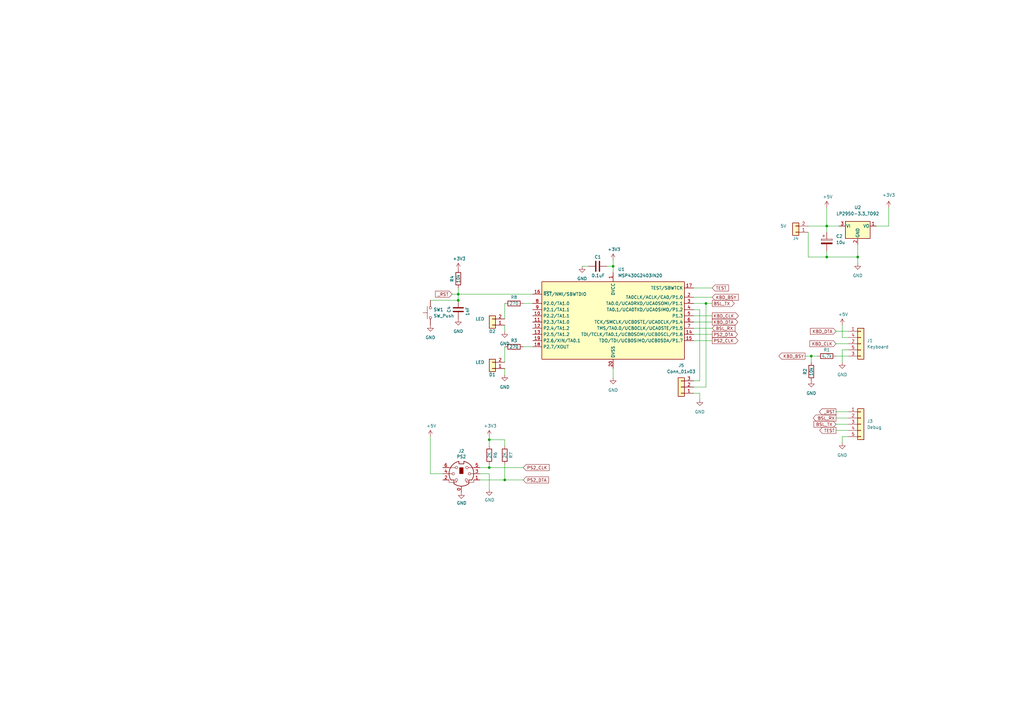
<source format=kicad_sch>
(kicad_sch (version 20211123) (generator eeschema)

  (uuid 34a74736-156e-4bf3-9200-cd137cfa59da)

  (paper "A3")

  (title_block
    (title "Big Tandy Keyboard Adapter")
    (date "2022-07-04")
    (rev "V0.0")
    (comment 3 "Title: TRS-80 Keyboard Adapter for Big Tandy")
    (comment 4 "Author: Matt Boytim")
  )

  (lib_symbols
    (symbol "Conn_01x05_1" (pin_names (offset 1.016) hide) (in_bom yes) (on_board yes)
      (property "Reference" "J1" (id 0) (at 2.54 1.2701 0)
        (effects (font (size 1.27 1.27)) (justify left))
      )
      (property "Value" "Conn_01x05_1" (id 1) (at 2.54 -1.2699 0)
        (effects (font (size 1.27 1.27)) (justify left))
      )
      (property "Footprint" "TRS-80-M3-VID:DIN5" (id 2) (at 0 0 0)
        (effects (font (size 1.27 1.27)) hide)
      )
      (property "Datasheet" "~" (id 3) (at 0 0 0)
        (effects (font (size 1.27 1.27)) hide)
      )
      (property "ki_keywords" "connector" (id 4) (at 0 0 0)
        (effects (font (size 1.27 1.27)) hide)
      )
      (property "ki_description" "Generic connector, single row, 01x05, script generated (kicad-library-utils/schlib/autogen/connector/)" (id 5) (at 0 0 0)
        (effects (font (size 1.27 1.27)) hide)
      )
      (property "ki_fp_filters" "Connector*:*_1x??_*" (id 6) (at 0 0 0)
        (effects (font (size 1.27 1.27)) hide)
      )
      (symbol "Conn_01x05_1_1_1"
        (rectangle (start -1.27 -4.953) (end 0 -5.207)
          (stroke (width 0.1524) (type default) (color 0 0 0 0))
          (fill (type none))
        )
        (rectangle (start -1.27 -2.413) (end 0 -2.667)
          (stroke (width 0.1524) (type default) (color 0 0 0 0))
          (fill (type none))
        )
        (rectangle (start -1.27 0.127) (end 0 -0.127)
          (stroke (width 0.1524) (type default) (color 0 0 0 0))
          (fill (type none))
        )
        (rectangle (start -1.27 2.667) (end 0 2.413)
          (stroke (width 0.1524) (type default) (color 0 0 0 0))
          (fill (type none))
        )
        (rectangle (start -1.27 5.207) (end 0 4.953)
          (stroke (width 0.1524) (type default) (color 0 0 0 0))
          (fill (type none))
        )
        (rectangle (start -1.27 6.35) (end 1.27 -6.35)
          (stroke (width 0.254) (type default) (color 0 0 0 0))
          (fill (type background))
        )
        (pin passive line (at -5.08 5.08 0) (length 3.81)
          (name "Pin_1" (effects (font (size 1.27 1.27))))
          (number "1" (effects (font (size 1.27 1.27))))
        )
        (pin passive line (at -5.08 0 0) (length 3.81)
          (name "Pin_2" (effects (font (size 1.27 1.27))))
          (number "2" (effects (font (size 1.27 1.27))))
        )
        (pin passive line (at -5.08 -5.08 0) (length 3.81)
          (name "Pin_3" (effects (font (size 1.27 1.27))))
          (number "3" (effects (font (size 1.27 1.27))))
        )
        (pin passive line (at -5.08 2.54 0) (length 3.81)
          (name "Pin_4" (effects (font (size 1.27 1.27))))
          (number "4" (effects (font (size 1.27 1.27))))
        )
        (pin passive line (at -5.08 -2.54 0) (length 3.81)
          (name "Pin_5" (effects (font (size 1.27 1.27))))
          (number "5" (effects (font (size 1.27 1.27))))
        )
      )
    )
    (symbol "Connector:Mini-DIN-6" (pin_names (offset 1.016)) (in_bom yes) (on_board yes)
      (property "Reference" "J3" (id 0) (at 0 9.3218 0)
        (effects (font (size 1.27 1.27)))
      )
      (property "Value" "Mini-DIN-6" (id 1) (at 0 7.0104 0)
        (effects (font (size 1.27 1.27)))
      )
      (property "Footprint" "TRS-80:minidin_6_ps2_pcb_mount" (id 2) (at 0 0 0)
        (effects (font (size 1.27 1.27)) hide)
      )
      (property "Datasheet" "http://service.powerdynamics.com/ec/Catalog17/Section%2011.pdf" (id 3) (at 0 0 0)
        (effects (font (size 1.27 1.27)) hide)
      )
      (property "ki_keywords" "Mini-DIN" (id 4) (at 0 0 0)
        (effects (font (size 1.27 1.27)) hide)
      )
      (property "ki_description" "6-pin Mini-DIN connector" (id 5) (at 0 0 0)
        (effects (font (size 1.27 1.27)) hide)
      )
      (property "ki_fp_filters" "MINI?DIN*" (id 6) (at 0 0 0)
        (effects (font (size 1.27 1.27)) hide)
      )
      (symbol "Mini-DIN-6_0_1"
        (circle (center -3.302 0) (radius 0.508)
          (stroke (width 0) (type default) (color 0 0 0 0))
          (fill (type none))
        )
        (arc (start -3.048 -4.064) (mid 0 -5.08) (end 3.048 -4.064)
          (stroke (width 0.254) (type default) (color 0 0 0 0))
          (fill (type none))
        )
        (circle (center -2.032 -2.54) (radius 0.508)
          (stroke (width 0) (type default) (color 0 0 0 0))
          (fill (type none))
        )
        (circle (center -2.032 2.54) (radius 0.508)
          (stroke (width 0) (type default) (color 0 0 0 0))
          (fill (type none))
        )
        (arc (start -1.016 5.08) (mid -4.6243 2.1182) (end -4.318 -2.54)
          (stroke (width 0.254) (type default) (color 0 0 0 0))
          (fill (type none))
        )
        (rectangle (start -0.762 2.54) (end 0.762 0)
          (stroke (width 0) (type default) (color 0 0 0 0))
          (fill (type outline))
        )
        (polyline
          (pts
            (xy -3.81 0)
            (xy -5.08 0)
          )
          (stroke (width 0) (type default) (color 0 0 0 0))
          (fill (type none))
        )
        (polyline
          (pts
            (xy -2.54 2.54)
            (xy -5.08 2.54)
          )
          (stroke (width 0) (type default) (color 0 0 0 0))
          (fill (type none))
        )
        (polyline
          (pts
            (xy 2.794 2.54)
            (xy 5.08 2.54)
          )
          (stroke (width 0) (type default) (color 0 0 0 0))
          (fill (type none))
        )
        (polyline
          (pts
            (xy 5.08 0)
            (xy 3.81 0)
          )
          (stroke (width 0) (type default) (color 0 0 0 0))
          (fill (type none))
        )
        (polyline
          (pts
            (xy -4.318 -2.54)
            (xy -3.048 -2.54)
            (xy -3.048 -4.064)
          )
          (stroke (width 0.254) (type default) (color 0 0 0 0))
          (fill (type none))
        )
        (polyline
          (pts
            (xy 4.318 -2.54)
            (xy 3.048 -2.54)
            (xy 3.048 -4.064)
          )
          (stroke (width 0.254) (type default) (color 0 0 0 0))
          (fill (type none))
        )
        (polyline
          (pts
            (xy -2.032 -3.048)
            (xy -2.032 -3.556)
            (xy -5.08 -3.556)
            (xy -5.08 -2.54)
          )
          (stroke (width 0) (type default) (color 0 0 0 0))
          (fill (type none))
        )
        (polyline
          (pts
            (xy -1.016 5.08)
            (xy -1.016 4.064)
            (xy 1.016 4.064)
            (xy 1.016 5.08)
          )
          (stroke (width 0.254) (type default) (color 0 0 0 0))
          (fill (type none))
        )
        (polyline
          (pts
            (xy 2.032 -3.048)
            (xy 2.032 -3.556)
            (xy 5.08 -3.556)
            (xy 5.08 -2.54)
          )
          (stroke (width 0) (type default) (color 0 0 0 0))
          (fill (type none))
        )
        (circle (center 2.032 -2.54) (radius 0.508)
          (stroke (width 0) (type default) (color 0 0 0 0))
          (fill (type none))
        )
        (circle (center 2.286 2.54) (radius 0.508)
          (stroke (width 0) (type default) (color 0 0 0 0))
          (fill (type none))
        )
        (circle (center 3.302 0) (radius 0.508)
          (stroke (width 0) (type default) (color 0 0 0 0))
          (fill (type none))
        )
        (arc (start 4.318 -2.54) (mid 4.6646 2.1357) (end 1.016 5.08)
          (stroke (width 0.254) (type default) (color 0 0 0 0))
          (fill (type none))
        )
      )
      (symbol "Mini-DIN-6_1_1"
        (pin passive line (at 0 -7.62 90) (length 2.54)
          (name "" (effects (font (size 1.27 1.27))))
          (number "0" (effects (font (size 1.27 1.27))))
        )
        (pin passive line (at 7.62 -2.54 180) (length 2.54)
          (name "~" (effects (font (size 1.27 1.27))))
          (number "1" (effects (font (size 1.27 1.27))))
        )
        (pin passive line (at -7.62 -2.54 0) (length 2.54)
          (name "~" (effects (font (size 1.27 1.27))))
          (number "2" (effects (font (size 1.27 1.27))))
        )
        (pin passive line (at 7.62 0 180) (length 2.54)
          (name "~" (effects (font (size 1.27 1.27))))
          (number "3" (effects (font (size 1.27 1.27))))
        )
        (pin passive line (at -7.62 0 0) (length 2.54)
          (name "~" (effects (font (size 1.27 1.27))))
          (number "4" (effects (font (size 1.27 1.27))))
        )
        (pin passive line (at 7.62 2.54 180) (length 2.54)
          (name "~" (effects (font (size 1.27 1.27))))
          (number "5" (effects (font (size 1.27 1.27))))
        )
        (pin passive line (at -7.62 2.54 0) (length 2.54)
          (name "~" (effects (font (size 1.27 1.27))))
          (number "6" (effects (font (size 1.27 1.27))))
        )
      )
    )
    (symbol "Connector_Generic:Conn_01x03" (pin_names (offset 1.016) hide) (in_bom yes) (on_board yes)
      (property "Reference" "J" (id 0) (at 0 5.08 0)
        (effects (font (size 1.27 1.27)))
      )
      (property "Value" "Conn_01x03" (id 1) (at 0 -5.08 0)
        (effects (font (size 1.27 1.27)))
      )
      (property "Footprint" "" (id 2) (at 0 0 0)
        (effects (font (size 1.27 1.27)) hide)
      )
      (property "Datasheet" "~" (id 3) (at 0 0 0)
        (effects (font (size 1.27 1.27)) hide)
      )
      (property "ki_keywords" "connector" (id 4) (at 0 0 0)
        (effects (font (size 1.27 1.27)) hide)
      )
      (property "ki_description" "Generic connector, single row, 01x03, script generated (kicad-library-utils/schlib/autogen/connector/)" (id 5) (at 0 0 0)
        (effects (font (size 1.27 1.27)) hide)
      )
      (property "ki_fp_filters" "Connector*:*_1x??_*" (id 6) (at 0 0 0)
        (effects (font (size 1.27 1.27)) hide)
      )
      (symbol "Conn_01x03_1_1"
        (rectangle (start -1.27 -2.413) (end 0 -2.667)
          (stroke (width 0.1524) (type default) (color 0 0 0 0))
          (fill (type none))
        )
        (rectangle (start -1.27 0.127) (end 0 -0.127)
          (stroke (width 0.1524) (type default) (color 0 0 0 0))
          (fill (type none))
        )
        (rectangle (start -1.27 2.667) (end 0 2.413)
          (stroke (width 0.1524) (type default) (color 0 0 0 0))
          (fill (type none))
        )
        (rectangle (start -1.27 3.81) (end 1.27 -3.81)
          (stroke (width 0.254) (type default) (color 0 0 0 0))
          (fill (type background))
        )
        (pin passive line (at -5.08 2.54 0) (length 3.81)
          (name "Pin_1" (effects (font (size 1.27 1.27))))
          (number "1" (effects (font (size 1.27 1.27))))
        )
        (pin passive line (at -5.08 0 0) (length 3.81)
          (name "Pin_2" (effects (font (size 1.27 1.27))))
          (number "2" (effects (font (size 1.27 1.27))))
        )
        (pin passive line (at -5.08 -2.54 0) (length 3.81)
          (name "Pin_3" (effects (font (size 1.27 1.27))))
          (number "3" (effects (font (size 1.27 1.27))))
        )
      )
    )
    (symbol "Connector_Generic:Conn_01x05" (pin_names (offset 1.016) hide) (in_bom yes) (on_board yes)
      (property "Reference" "J" (id 0) (at 0 7.62 0)
        (effects (font (size 1.27 1.27)))
      )
      (property "Value" "Conn_01x05" (id 1) (at 0 -7.62 0)
        (effects (font (size 1.27 1.27)))
      )
      (property "Footprint" "" (id 2) (at 0 0 0)
        (effects (font (size 1.27 1.27)) hide)
      )
      (property "Datasheet" "~" (id 3) (at 0 0 0)
        (effects (font (size 1.27 1.27)) hide)
      )
      (property "ki_keywords" "connector" (id 4) (at 0 0 0)
        (effects (font (size 1.27 1.27)) hide)
      )
      (property "ki_description" "Generic connector, single row, 01x05, script generated (kicad-library-utils/schlib/autogen/connector/)" (id 5) (at 0 0 0)
        (effects (font (size 1.27 1.27)) hide)
      )
      (property "ki_fp_filters" "Connector*:*_1x??_*" (id 6) (at 0 0 0)
        (effects (font (size 1.27 1.27)) hide)
      )
      (symbol "Conn_01x05_1_1"
        (rectangle (start -1.27 -4.953) (end 0 -5.207)
          (stroke (width 0.1524) (type default) (color 0 0 0 0))
          (fill (type none))
        )
        (rectangle (start -1.27 -2.413) (end 0 -2.667)
          (stroke (width 0.1524) (type default) (color 0 0 0 0))
          (fill (type none))
        )
        (rectangle (start -1.27 0.127) (end 0 -0.127)
          (stroke (width 0.1524) (type default) (color 0 0 0 0))
          (fill (type none))
        )
        (rectangle (start -1.27 2.667) (end 0 2.413)
          (stroke (width 0.1524) (type default) (color 0 0 0 0))
          (fill (type none))
        )
        (rectangle (start -1.27 5.207) (end 0 4.953)
          (stroke (width 0.1524) (type default) (color 0 0 0 0))
          (fill (type none))
        )
        (rectangle (start -1.27 6.35) (end 1.27 -6.35)
          (stroke (width 0.254) (type default) (color 0 0 0 0))
          (fill (type background))
        )
        (pin passive line (at -5.08 5.08 0) (length 3.81)
          (name "Pin_1" (effects (font (size 1.27 1.27))))
          (number "1" (effects (font (size 1.27 1.27))))
        )
        (pin passive line (at -5.08 2.54 0) (length 3.81)
          (name "Pin_2" (effects (font (size 1.27 1.27))))
          (number "2" (effects (font (size 1.27 1.27))))
        )
        (pin passive line (at -5.08 0 0) (length 3.81)
          (name "Pin_3" (effects (font (size 1.27 1.27))))
          (number "3" (effects (font (size 1.27 1.27))))
        )
        (pin passive line (at -5.08 -2.54 0) (length 3.81)
          (name "Pin_4" (effects (font (size 1.27 1.27))))
          (number "4" (effects (font (size 1.27 1.27))))
        )
        (pin passive line (at -5.08 -5.08 0) (length 3.81)
          (name "Pin_5" (effects (font (size 1.27 1.27))))
          (number "5" (effects (font (size 1.27 1.27))))
        )
      )
    )
    (symbol "Device:C" (pin_numbers hide) (pin_names (offset 0.254)) (in_bom yes) (on_board yes)
      (property "Reference" "C" (id 0) (at 0.635 2.54 0)
        (effects (font (size 1.27 1.27)) (justify left))
      )
      (property "Value" "C" (id 1) (at 0.635 -2.54 0)
        (effects (font (size 1.27 1.27)) (justify left))
      )
      (property "Footprint" "" (id 2) (at 0.9652 -3.81 0)
        (effects (font (size 1.27 1.27)) hide)
      )
      (property "Datasheet" "~" (id 3) (at 0 0 0)
        (effects (font (size 1.27 1.27)) hide)
      )
      (property "ki_keywords" "cap capacitor" (id 4) (at 0 0 0)
        (effects (font (size 1.27 1.27)) hide)
      )
      (property "ki_description" "Unpolarized capacitor" (id 5) (at 0 0 0)
        (effects (font (size 1.27 1.27)) hide)
      )
      (property "ki_fp_filters" "C_*" (id 6) (at 0 0 0)
        (effects (font (size 1.27 1.27)) hide)
      )
      (symbol "C_0_1"
        (polyline
          (pts
            (xy -2.032 -0.762)
            (xy 2.032 -0.762)
          )
          (stroke (width 0.508) (type default) (color 0 0 0 0))
          (fill (type none))
        )
        (polyline
          (pts
            (xy -2.032 0.762)
            (xy 2.032 0.762)
          )
          (stroke (width 0.508) (type default) (color 0 0 0 0))
          (fill (type none))
        )
      )
      (symbol "C_1_1"
        (pin passive line (at 0 3.81 270) (length 2.794)
          (name "~" (effects (font (size 1.27 1.27))))
          (number "1" (effects (font (size 1.27 1.27))))
        )
        (pin passive line (at 0 -3.81 90) (length 2.794)
          (name "~" (effects (font (size 1.27 1.27))))
          (number "2" (effects (font (size 1.27 1.27))))
        )
      )
    )
    (symbol "Device:C_Polarized" (pin_numbers hide) (pin_names (offset 0.254)) (in_bom yes) (on_board yes)
      (property "Reference" "C" (id 0) (at 0.635 2.54 0)
        (effects (font (size 1.27 1.27)) (justify left))
      )
      (property "Value" "C_Polarized" (id 1) (at 0.635 -2.54 0)
        (effects (font (size 1.27 1.27)) (justify left))
      )
      (property "Footprint" "" (id 2) (at 0.9652 -3.81 0)
        (effects (font (size 1.27 1.27)) hide)
      )
      (property "Datasheet" "~" (id 3) (at 0 0 0)
        (effects (font (size 1.27 1.27)) hide)
      )
      (property "ki_keywords" "cap capacitor" (id 4) (at 0 0 0)
        (effects (font (size 1.27 1.27)) hide)
      )
      (property "ki_description" "Polarized capacitor" (id 5) (at 0 0 0)
        (effects (font (size 1.27 1.27)) hide)
      )
      (property "ki_fp_filters" "CP_*" (id 6) (at 0 0 0)
        (effects (font (size 1.27 1.27)) hide)
      )
      (symbol "C_Polarized_0_1"
        (rectangle (start -2.286 0.508) (end 2.286 1.016)
          (stroke (width 0) (type default) (color 0 0 0 0))
          (fill (type none))
        )
        (polyline
          (pts
            (xy -1.778 2.286)
            (xy -0.762 2.286)
          )
          (stroke (width 0) (type default) (color 0 0 0 0))
          (fill (type none))
        )
        (polyline
          (pts
            (xy -1.27 2.794)
            (xy -1.27 1.778)
          )
          (stroke (width 0) (type default) (color 0 0 0 0))
          (fill (type none))
        )
        (rectangle (start 2.286 -0.508) (end -2.286 -1.016)
          (stroke (width 0) (type default) (color 0 0 0 0))
          (fill (type outline))
        )
      )
      (symbol "C_Polarized_1_1"
        (pin passive line (at 0 3.81 270) (length 2.794)
          (name "~" (effects (font (size 1.27 1.27))))
          (number "1" (effects (font (size 1.27 1.27))))
        )
        (pin passive line (at 0 -3.81 90) (length 2.794)
          (name "~" (effects (font (size 1.27 1.27))))
          (number "2" (effects (font (size 1.27 1.27))))
        )
      )
    )
    (symbol "Device:R" (pin_numbers hide) (pin_names (offset 0)) (in_bom yes) (on_board yes)
      (property "Reference" "R" (id 0) (at 2.032 0 90)
        (effects (font (size 1.27 1.27)))
      )
      (property "Value" "R" (id 1) (at 0 0 90)
        (effects (font (size 1.27 1.27)))
      )
      (property "Footprint" "" (id 2) (at -1.778 0 90)
        (effects (font (size 1.27 1.27)) hide)
      )
      (property "Datasheet" "~" (id 3) (at 0 0 0)
        (effects (font (size 1.27 1.27)) hide)
      )
      (property "ki_keywords" "R res resistor" (id 4) (at 0 0 0)
        (effects (font (size 1.27 1.27)) hide)
      )
      (property "ki_description" "Resistor" (id 5) (at 0 0 0)
        (effects (font (size 1.27 1.27)) hide)
      )
      (property "ki_fp_filters" "R_*" (id 6) (at 0 0 0)
        (effects (font (size 1.27 1.27)) hide)
      )
      (symbol "R_0_1"
        (rectangle (start -1.016 -2.54) (end 1.016 2.54)
          (stroke (width 0.254) (type default) (color 0 0 0 0))
          (fill (type none))
        )
      )
      (symbol "R_1_1"
        (pin passive line (at 0 3.81 270) (length 1.27)
          (name "~" (effects (font (size 1.27 1.27))))
          (number "1" (effects (font (size 1.27 1.27))))
        )
        (pin passive line (at 0 -3.81 90) (length 1.27)
          (name "~" (effects (font (size 1.27 1.27))))
          (number "2" (effects (font (size 1.27 1.27))))
        )
      )
    )
    (symbol "MCU_Texas_MSP430:MSP430G2403IN20" (in_bom yes) (on_board yes)
      (property "Reference" "U" (id 0) (at -27.94 17.78 0)
        (effects (font (size 1.27 1.27)))
      )
      (property "Value" "MSP430G2403IN20" (id 1) (at 21.59 -16.51 0)
        (effects (font (size 1.27 1.27)))
      )
      (property "Footprint" "Package_DIP:DIP-20_W7.62mm" (id 2) (at -27.94 -13.97 0)
        (effects (font (size 1.27 1.27) italic) hide)
      )
      (property "Datasheet" "http://www.ti.com/lit/ds/symlink/msp430g2403.pdf" (id 3) (at 0 0 0)
        (effects (font (size 1.27 1.27)) hide)
      )
      (property "ki_keywords" "TI MSP430 16-bit mixed signal microcontroller" (id 4) (at 0 0 0)
        (effects (font (size 1.27 1.27)) hide)
      )
      (property "ki_description" "8kB Flash, 512B RAM, DIP-20" (id 5) (at 0 0 0)
        (effects (font (size 1.27 1.27)) hide)
      )
      (property "ki_fp_filters" "DIP*W7.62mm*" (id 6) (at 0 0 0)
        (effects (font (size 1.27 1.27)) hide)
      )
      (symbol "MSP430G2403IN20_0_1"
        (rectangle (start -29.21 16.51) (end 29.21 -15.24)
          (stroke (width 0.254) (type default) (color 0 0 0 0))
          (fill (type background))
        )
      )
      (symbol "MSP430G2403IN20_1_1"
        (pin power_in line (at 0 20.32 270) (length 3.81)
          (name "DVCC" (effects (font (size 1.27 1.27))))
          (number "1" (effects (font (size 1.27 1.27))))
        )
        (pin bidirectional line (at -33.02 2.54 0) (length 3.81)
          (name "P2.2/TA1.1" (effects (font (size 1.27 1.27))))
          (number "10" (effects (font (size 1.27 1.27))))
        )
        (pin bidirectional line (at -33.02 0 0) (length 3.81)
          (name "P2.3/TA1.0" (effects (font (size 1.27 1.27))))
          (number "11" (effects (font (size 1.27 1.27))))
        )
        (pin bidirectional line (at -33.02 -2.54 0) (length 3.81)
          (name "P2.4/TA1.2" (effects (font (size 1.27 1.27))))
          (number "12" (effects (font (size 1.27 1.27))))
        )
        (pin bidirectional line (at -33.02 -5.08 0) (length 3.81)
          (name "P2.5/TA1.2" (effects (font (size 1.27 1.27))))
          (number "13" (effects (font (size 1.27 1.27))))
        )
        (pin bidirectional line (at 33.02 -5.08 180) (length 3.81)
          (name "TDI/TCLK/TA0.1/UCB0SOMI/UCB0SCL/P1.6" (effects (font (size 1.27 1.27))))
          (number "14" (effects (font (size 1.27 1.27))))
        )
        (pin bidirectional line (at 33.02 -7.62 180) (length 3.81)
          (name "TDO/TDI/UCB0SIMO/UCB0SDA/P1.7" (effects (font (size 1.27 1.27))))
          (number "15" (effects (font (size 1.27 1.27))))
        )
        (pin input line (at -33.02 11.43 0) (length 3.81)
          (name "~{RST}/NMI/SBWTDIO" (effects (font (size 1.27 1.27))))
          (number "16" (effects (font (size 1.27 1.27))))
        )
        (pin input line (at 33.02 13.97 180) (length 3.81)
          (name "TEST/SBWTCK" (effects (font (size 1.27 1.27))))
          (number "17" (effects (font (size 1.27 1.27))))
        )
        (pin bidirectional line (at -33.02 -10.16 0) (length 3.81)
          (name "P2.7/XOUT" (effects (font (size 1.27 1.27))))
          (number "18" (effects (font (size 1.27 1.27))))
        )
        (pin bidirectional line (at -33.02 -7.62 0) (length 3.81)
          (name "P2.6/XIN/TA0.1" (effects (font (size 1.27 1.27))))
          (number "19" (effects (font (size 1.27 1.27))))
        )
        (pin bidirectional line (at 33.02 10.16 180) (length 3.81)
          (name "TA0CLK/ACLK/CA0/P1.0" (effects (font (size 1.27 1.27))))
          (number "2" (effects (font (size 1.27 1.27))))
        )
        (pin power_in line (at 0 -19.05 90) (length 3.81)
          (name "DVSS" (effects (font (size 1.27 1.27))))
          (number "20" (effects (font (size 1.27 1.27))))
        )
        (pin bidirectional line (at 33.02 7.62 180) (length 3.81)
          (name "TA0.0/UCA0RXD/UCA0SOMI/P1.1" (effects (font (size 1.27 1.27))))
          (number "3" (effects (font (size 1.27 1.27))))
        )
        (pin bidirectional line (at 33.02 5.08 180) (length 3.81)
          (name "TA0.1/UCA0TXD/UCA0SIMO/P1.2" (effects (font (size 1.27 1.27))))
          (number "4" (effects (font (size 1.27 1.27))))
        )
        (pin bidirectional line (at 33.02 2.54 180) (length 3.81)
          (name "P1.3" (effects (font (size 1.27 1.27))))
          (number "5" (effects (font (size 1.27 1.27))))
        )
        (pin bidirectional line (at 33.02 0 180) (length 3.81)
          (name "TCK/SMCLK/UCB0STE/UCA0CLK/P1.4" (effects (font (size 1.27 1.27))))
          (number "6" (effects (font (size 1.27 1.27))))
        )
        (pin bidirectional line (at 33.02 -2.54 180) (length 3.81)
          (name "TMS/TA0.0/UCB0CLK/UCA0STE/P1.5" (effects (font (size 1.27 1.27))))
          (number "7" (effects (font (size 1.27 1.27))))
        )
        (pin bidirectional line (at -33.02 7.62 0) (length 3.81)
          (name "P2.0/TA1.0" (effects (font (size 1.27 1.27))))
          (number "8" (effects (font (size 1.27 1.27))))
        )
        (pin bidirectional line (at -33.02 5.08 0) (length 3.81)
          (name "P2.1/TA1.1" (effects (font (size 1.27 1.27))))
          (number "9" (effects (font (size 1.27 1.27))))
        )
      )
    )
    (symbol "Regulator_Linear:LP2950-3.3_TO92" (pin_names (offset 0.254)) (in_bom yes) (on_board yes)
      (property "Reference" "U" (id 0) (at -3.81 3.175 0)
        (effects (font (size 1.27 1.27)))
      )
      (property "Value" "LP2950-3.3_TO92" (id 1) (at 0 3.175 0)
        (effects (font (size 1.27 1.27)) (justify left))
      )
      (property "Footprint" "Package_TO_SOT_THT:TO-92_Inline" (id 2) (at 0 5.715 0)
        (effects (font (size 1.27 1.27) italic) hide)
      )
      (property "Datasheet" "http://www.ti.com/lit/ds/symlink/lp2950.pdf" (id 3) (at 0 -1.27 0)
        (effects (font (size 1.27 1.27)) hide)
      )
      (property "ki_keywords" "Micropower Voltage Regulator 100mA Positive" (id 4) (at 0 0 0)
        (effects (font (size 1.27 1.27)) hide)
      )
      (property "ki_description" "Positive 100mA 30V Linear Micropower Voltage Regulator, Fixed Output 3.3V, TO-92" (id 5) (at 0 0 0)
        (effects (font (size 1.27 1.27)) hide)
      )
      (property "ki_fp_filters" "TO?92*" (id 6) (at 0 0 0)
        (effects (font (size 1.27 1.27)) hide)
      )
      (symbol "LP2950-3.3_TO92_0_1"
        (rectangle (start -5.08 -5.08) (end 5.08 1.905)
          (stroke (width 0.254) (type default) (color 0 0 0 0))
          (fill (type background))
        )
      )
      (symbol "LP2950-3.3_TO92_1_1"
        (pin power_out line (at 7.62 0 180) (length 2.54)
          (name "VO" (effects (font (size 1.27 1.27))))
          (number "1" (effects (font (size 1.27 1.27))))
        )
        (pin power_in line (at 0 -7.62 90) (length 2.54)
          (name "GND" (effects (font (size 1.27 1.27))))
          (number "2" (effects (font (size 1.27 1.27))))
        )
        (pin power_in line (at -7.62 0 0) (length 2.54)
          (name "VI" (effects (font (size 1.27 1.27))))
          (number "3" (effects (font (size 1.27 1.27))))
        )
      )
    )
    (symbol "Switch:SW_Push" (pin_numbers hide) (pin_names (offset 1.016) hide) (in_bom yes) (on_board yes)
      (property "Reference" "SW" (id 0) (at 1.27 2.54 0)
        (effects (font (size 1.27 1.27)) (justify left))
      )
      (property "Value" "SW_Push" (id 1) (at 0 -1.524 0)
        (effects (font (size 1.27 1.27)))
      )
      (property "Footprint" "" (id 2) (at 0 5.08 0)
        (effects (font (size 1.27 1.27)) hide)
      )
      (property "Datasheet" "~" (id 3) (at 0 5.08 0)
        (effects (font (size 1.27 1.27)) hide)
      )
      (property "ki_keywords" "switch normally-open pushbutton push-button" (id 4) (at 0 0 0)
        (effects (font (size 1.27 1.27)) hide)
      )
      (property "ki_description" "Push button switch, generic, two pins" (id 5) (at 0 0 0)
        (effects (font (size 1.27 1.27)) hide)
      )
      (symbol "SW_Push_0_1"
        (circle (center -2.032 0) (radius 0.508)
          (stroke (width 0) (type default) (color 0 0 0 0))
          (fill (type none))
        )
        (polyline
          (pts
            (xy 0 1.27)
            (xy 0 3.048)
          )
          (stroke (width 0) (type default) (color 0 0 0 0))
          (fill (type none))
        )
        (polyline
          (pts
            (xy 2.54 1.27)
            (xy -2.54 1.27)
          )
          (stroke (width 0) (type default) (color 0 0 0 0))
          (fill (type none))
        )
        (circle (center 2.032 0) (radius 0.508)
          (stroke (width 0) (type default) (color 0 0 0 0))
          (fill (type none))
        )
        (pin passive line (at -5.08 0 0) (length 2.54)
          (name "1" (effects (font (size 1.27 1.27))))
          (number "1" (effects (font (size 1.27 1.27))))
        )
        (pin passive line (at 5.08 0 180) (length 2.54)
          (name "2" (effects (font (size 1.27 1.27))))
          (number "2" (effects (font (size 1.27 1.27))))
        )
      )
    )
    (symbol "conn:Conn_01x02" (pin_names (offset 1.016) hide) (in_bom yes) (on_board yes)
      (property "Reference" "J" (id 0) (at 0 2.54 0)
        (effects (font (size 1.27 1.27)))
      )
      (property "Value" "conn_Conn_01x02" (id 1) (at 0 -5.08 0)
        (effects (font (size 1.27 1.27)))
      )
      (property "Footprint" "" (id 2) (at 0 0 0)
        (effects (font (size 1.27 1.27)) hide)
      )
      (property "Datasheet" "" (id 3) (at 0 0 0)
        (effects (font (size 1.27 1.27)) hide)
      )
      (property "ki_fp_filters" "Connector*:*_??x*mm* Connector*:*1x??x*mm* Pin?Header?Straight?1X* Pin?Header?Angled?1X* Socket?Strip?Straight?1X* Socket?Strip?Angled?1X*" (id 4) (at 0 0 0)
        (effects (font (size 1.27 1.27)) hide)
      )
      (symbol "Conn_01x02_1_1"
        (rectangle (start -1.27 -2.413) (end 0 -2.667)
          (stroke (width 0.1524) (type default) (color 0 0 0 0))
          (fill (type none))
        )
        (rectangle (start -1.27 0.127) (end 0 -0.127)
          (stroke (width 0.1524) (type default) (color 0 0 0 0))
          (fill (type none))
        )
        (rectangle (start -1.27 1.27) (end 1.27 -3.81)
          (stroke (width 0.254) (type default) (color 0 0 0 0))
          (fill (type background))
        )
        (pin passive line (at -5.08 0 0) (length 3.81)
          (name "Pin_1" (effects (font (size 1.27 1.27))))
          (number "1" (effects (font (size 1.27 1.27))))
        )
        (pin passive line (at -5.08 -2.54 0) (length 3.81)
          (name "Pin_2" (effects (font (size 1.27 1.27))))
          (number "2" (effects (font (size 1.27 1.27))))
        )
      )
    )
    (symbol "power:+3.3V" (power) (pin_names (offset 0)) (in_bom yes) (on_board yes)
      (property "Reference" "#PWR" (id 0) (at 0 -3.81 0)
        (effects (font (size 1.27 1.27)) hide)
      )
      (property "Value" "+3.3V" (id 1) (at 0 3.556 0)
        (effects (font (size 1.27 1.27)))
      )
      (property "Footprint" "" (id 2) (at 0 0 0)
        (effects (font (size 1.27 1.27)) hide)
      )
      (property "Datasheet" "" (id 3) (at 0 0 0)
        (effects (font (size 1.27 1.27)) hide)
      )
      (property "ki_keywords" "power-flag" (id 4) (at 0 0 0)
        (effects (font (size 1.27 1.27)) hide)
      )
      (property "ki_description" "Power symbol creates a global label with name \"+3.3V\"" (id 5) (at 0 0 0)
        (effects (font (size 1.27 1.27)) hide)
      )
      (symbol "+3.3V_0_1"
        (polyline
          (pts
            (xy -0.762 1.27)
            (xy 0 2.54)
          )
          (stroke (width 0) (type default) (color 0 0 0 0))
          (fill (type none))
        )
        (polyline
          (pts
            (xy 0 0)
            (xy 0 2.54)
          )
          (stroke (width 0) (type default) (color 0 0 0 0))
          (fill (type none))
        )
        (polyline
          (pts
            (xy 0 2.54)
            (xy 0.762 1.27)
          )
          (stroke (width 0) (type default) (color 0 0 0 0))
          (fill (type none))
        )
      )
      (symbol "+3.3V_1_1"
        (pin power_in line (at 0 0 90) (length 0) hide
          (name "+3V3" (effects (font (size 1.27 1.27))))
          (number "1" (effects (font (size 1.27 1.27))))
        )
      )
    )
    (symbol "power:+5V" (power) (pin_names (offset 0)) (in_bom yes) (on_board yes)
      (property "Reference" "#PWR" (id 0) (at 0 -3.81 0)
        (effects (font (size 1.27 1.27)) hide)
      )
      (property "Value" "+5V" (id 1) (at 0 3.556 0)
        (effects (font (size 1.27 1.27)))
      )
      (property "Footprint" "" (id 2) (at 0 0 0)
        (effects (font (size 1.27 1.27)) hide)
      )
      (property "Datasheet" "" (id 3) (at 0 0 0)
        (effects (font (size 1.27 1.27)) hide)
      )
      (property "ki_keywords" "power-flag" (id 4) (at 0 0 0)
        (effects (font (size 1.27 1.27)) hide)
      )
      (property "ki_description" "Power symbol creates a global label with name \"+5V\"" (id 5) (at 0 0 0)
        (effects (font (size 1.27 1.27)) hide)
      )
      (symbol "+5V_0_1"
        (polyline
          (pts
            (xy -0.762 1.27)
            (xy 0 2.54)
          )
          (stroke (width 0) (type default) (color 0 0 0 0))
          (fill (type none))
        )
        (polyline
          (pts
            (xy 0 0)
            (xy 0 2.54)
          )
          (stroke (width 0) (type default) (color 0 0 0 0))
          (fill (type none))
        )
        (polyline
          (pts
            (xy 0 2.54)
            (xy 0.762 1.27)
          )
          (stroke (width 0) (type default) (color 0 0 0 0))
          (fill (type none))
        )
      )
      (symbol "+5V_1_1"
        (pin power_in line (at 0 0 90) (length 0) hide
          (name "+5V" (effects (font (size 1.27 1.27))))
          (number "1" (effects (font (size 1.27 1.27))))
        )
      )
    )
    (symbol "power:GND" (power) (pin_names (offset 0)) (in_bom yes) (on_board yes)
      (property "Reference" "#PWR" (id 0) (at 0 -6.35 0)
        (effects (font (size 1.27 1.27)) hide)
      )
      (property "Value" "GND" (id 1) (at 0 -3.81 0)
        (effects (font (size 1.27 1.27)))
      )
      (property "Footprint" "" (id 2) (at 0 0 0)
        (effects (font (size 1.27 1.27)) hide)
      )
      (property "Datasheet" "" (id 3) (at 0 0 0)
        (effects (font (size 1.27 1.27)) hide)
      )
      (property "ki_keywords" "power-flag" (id 4) (at 0 0 0)
        (effects (font (size 1.27 1.27)) hide)
      )
      (property "ki_description" "Power symbol creates a global label with name \"GND\" , ground" (id 5) (at 0 0 0)
        (effects (font (size 1.27 1.27)) hide)
      )
      (symbol "GND_0_1"
        (polyline
          (pts
            (xy 0 0)
            (xy 0 -1.27)
            (xy 1.27 -1.27)
            (xy 0 -2.54)
            (xy -1.27 -1.27)
            (xy 0 -1.27)
          )
          (stroke (width 0) (type default) (color 0 0 0 0))
          (fill (type none))
        )
      )
      (symbol "GND_1_1"
        (pin power_in line (at 0 0 270) (length 0) hide
          (name "GND" (effects (font (size 1.27 1.27))))
          (number "1" (effects (font (size 1.27 1.27))))
        )
      )
    )
  )

  (junction (at 187.96 123.19) (diameter 0) (color 0 0 0 0)
    (uuid 136b32f8-ed63-4045-b81a-da3051af4bc7)
  )
  (junction (at 207.01 196.85) (diameter 0) (color 0 0 0 0)
    (uuid 1b58d104-ccdb-4b75-b007-63e7e56ed92f)
  )
  (junction (at 289.56 124.46) (diameter 0) (color 0 0 0 0)
    (uuid 20b466aa-0f4a-405a-bad3-1c7d162dab83)
  )
  (junction (at 351.79 105.41) (diameter 0) (color 0 0 0 0)
    (uuid 31ed5fb2-adcb-4ef3-93bd-a9193090f0d6)
  )
  (junction (at 332.74 146.05) (diameter 0) (color 0 0 0 0)
    (uuid 423ec4c9-aba0-4eca-932a-2326e75d6980)
  )
  (junction (at 339.09 92.71) (diameter 0) (color 0 0 0 0)
    (uuid 4ff00818-8759-4bd5-ae58-277d729e4b6e)
  )
  (junction (at 200.66 180.34) (diameter 0) (color 0 0 0 0)
    (uuid 52d79c18-350a-4614-8986-b44090a15160)
  )
  (junction (at 251.46 109.22) (diameter 0) (color 0 0 0 0)
    (uuid 709718b0-31f4-43c2-ba23-620bc2d07c19)
  )
  (junction (at 339.09 105.41) (diameter 0) (color 0 0 0 0)
    (uuid d51236f4-8a49-4814-b709-f66db0c3764e)
  )
  (junction (at 200.66 191.77) (diameter 0) (color 0 0 0 0)
    (uuid e621b478-d37d-4aa8-a941-5caa1ea55c59)
  )
  (junction (at 187.96 120.65) (diameter 0) (color 0 0 0 0)
    (uuid eaaeaa87-50f2-4ea8-922e-90b053aee420)
  )

  (wire (pts (xy 251.46 151.13) (xy 251.46 154.94))
    (stroke (width 0) (type default) (color 0 0 0 0))
    (uuid 00c79794-273b-423d-b94d-8d358207de0f)
  )
  (wire (pts (xy 284.48 139.7) (xy 292.1 139.7))
    (stroke (width 0) (type default) (color 0 0 0 0))
    (uuid 04acdc20-abac-4dd7-9342-b933d74fa134)
  )
  (wire (pts (xy 187.96 118.11) (xy 187.96 120.65))
    (stroke (width 0) (type default) (color 0 0 0 0))
    (uuid 0802ef60-47e5-4d57-b419-a5af7427050f)
  )
  (wire (pts (xy 339.09 105.41) (xy 351.79 105.41))
    (stroke (width 0) (type default) (color 0 0 0 0))
    (uuid 0911ece3-2afc-4b8d-962f-c10d0725d6ba)
  )
  (wire (pts (xy 342.9 168.91) (xy 347.98 168.91))
    (stroke (width 0) (type default) (color 0 0 0 0))
    (uuid 0b19eaa6-0683-4d7f-86d9-491c9b0ed27d)
  )
  (wire (pts (xy 196.85 191.77) (xy 200.66 191.77))
    (stroke (width 0) (type default) (color 0 0 0 0))
    (uuid 0e8e4c28-0b4c-4cd7-b139-c4a416f9a038)
  )
  (wire (pts (xy 196.85 196.85) (xy 207.01 196.85))
    (stroke (width 0) (type default) (color 0 0 0 0))
    (uuid 0f916055-2f0f-476e-8623-f7c8d231250c)
  )
  (wire (pts (xy 284.48 118.11) (xy 292.1 118.11))
    (stroke (width 0) (type default) (color 0 0 0 0))
    (uuid 10e33af1-3371-49d3-9266-039e11b09e1c)
  )
  (wire (pts (xy 342.9 135.89) (xy 347.98 135.89))
    (stroke (width 0) (type default) (color 0 0 0 0))
    (uuid 115e7ff1-7f98-4cee-adcb-35c4ae2405f4)
  )
  (wire (pts (xy 196.85 194.31) (xy 200.66 194.31))
    (stroke (width 0) (type default) (color 0 0 0 0))
    (uuid 1339f2ae-239e-44b1-8114-665f347c235a)
  )
  (wire (pts (xy 214.63 191.77) (xy 200.66 191.77))
    (stroke (width 0) (type default) (color 0 0 0 0))
    (uuid 1e171bfa-d4f0-4723-a5ef-f6754456bcb3)
  )
  (wire (pts (xy 287.02 156.21) (xy 284.48 156.21))
    (stroke (width 0) (type default) (color 0 0 0 0))
    (uuid 2a6e85fc-111c-4548-9073-3ad6ed87d91f)
  )
  (wire (pts (xy 200.66 194.31) (xy 200.66 200.66))
    (stroke (width 0) (type default) (color 0 0 0 0))
    (uuid 2af0afcc-36df-41c2-9e7a-76f5a9887a81)
  )
  (wire (pts (xy 342.9 140.97) (xy 347.98 140.97))
    (stroke (width 0) (type default) (color 0 0 0 0))
    (uuid 33b3fe6c-dcb8-4baa-89fa-6f871704f9be)
  )
  (wire (pts (xy 289.56 158.75) (xy 284.48 158.75))
    (stroke (width 0) (type default) (color 0 0 0 0))
    (uuid 350c51f0-11d7-4bfe-a4b5-5a629c260aa9)
  )
  (wire (pts (xy 176.53 123.19) (xy 187.96 123.19))
    (stroke (width 0) (type default) (color 0 0 0 0))
    (uuid 371b425c-3e72-4cc2-988b-6e2a4fed9de1)
  )
  (wire (pts (xy 347.98 179.07) (xy 345.44 179.07))
    (stroke (width 0) (type default) (color 0 0 0 0))
    (uuid 3faa37f9-f43e-4a39-a505-8dea3e4e48b1)
  )
  (wire (pts (xy 207.01 151.13) (xy 207.01 153.67))
    (stroke (width 0) (type default) (color 0 0 0 0))
    (uuid 41b12ede-4402-4c73-8d6f-022bcfc153d3)
  )
  (wire (pts (xy 330.2 146.05) (xy 332.74 146.05))
    (stroke (width 0) (type default) (color 0 0 0 0))
    (uuid 47023425-c19c-4ee0-93b2-ecb0229fb082)
  )
  (wire (pts (xy 284.48 124.46) (xy 289.56 124.46))
    (stroke (width 0) (type default) (color 0 0 0 0))
    (uuid 51aef47a-6000-4245-b4fc-13ef1d11624e)
  )
  (wire (pts (xy 287.02 161.29) (xy 287.02 163.83))
    (stroke (width 0) (type default) (color 0 0 0 0))
    (uuid 52e4a759-e5fc-4981-b4cd-fbf3b0353d82)
  )
  (wire (pts (xy 284.48 127) (xy 287.02 127))
    (stroke (width 0) (type default) (color 0 0 0 0))
    (uuid 535510f7-7bcc-4af5-bb0b-fa5cf8fa29c8)
  )
  (wire (pts (xy 200.66 180.34) (xy 200.66 182.88))
    (stroke (width 0) (type default) (color 0 0 0 0))
    (uuid 5891eb7f-6778-43a9-a249-7f07b5cb0494)
  )
  (wire (pts (xy 284.48 129.54) (xy 292.1 129.54))
    (stroke (width 0) (type default) (color 0 0 0 0))
    (uuid 5a34a473-4336-405d-b1b1-06ba0e85e54e)
  )
  (wire (pts (xy 332.74 146.05) (xy 335.28 146.05))
    (stroke (width 0) (type default) (color 0 0 0 0))
    (uuid 5bc9804a-a6dc-4502-91e1-13e3bd662ed3)
  )
  (wire (pts (xy 351.79 100.33) (xy 351.79 105.41))
    (stroke (width 0) (type default) (color 0 0 0 0))
    (uuid 5ff73d64-7565-469d-815e-26fd795c62d4)
  )
  (wire (pts (xy 331.47 105.41) (xy 339.09 105.41))
    (stroke (width 0) (type default) (color 0 0 0 0))
    (uuid 6394db13-af75-40bb-bc17-594749c1d2f7)
  )
  (wire (pts (xy 207.01 196.85) (xy 214.63 196.85))
    (stroke (width 0) (type default) (color 0 0 0 0))
    (uuid 6a9c0416-b3aa-4260-b876-b31a10c2a80a)
  )
  (wire (pts (xy 251.46 106.68) (xy 251.46 109.22))
    (stroke (width 0) (type default) (color 0 0 0 0))
    (uuid 722829f1-96ff-4dd6-8a67-a685929ab80d)
  )
  (wire (pts (xy 284.48 121.92) (xy 292.1 121.92))
    (stroke (width 0) (type default) (color 0 0 0 0))
    (uuid 7ad3338e-b0a7-4945-b656-ecd57d9c8648)
  )
  (wire (pts (xy 176.53 194.31) (xy 181.61 194.31))
    (stroke (width 0) (type default) (color 0 0 0 0))
    (uuid 80f5766a-b7d8-4482-8f95-95a4272fc8aa)
  )
  (wire (pts (xy 214.63 124.46) (xy 218.44 124.46))
    (stroke (width 0) (type default) (color 0 0 0 0))
    (uuid 82c4c8b4-a650-4ac8-884d-0da77468a581)
  )
  (wire (pts (xy 185.42 120.65) (xy 187.96 120.65))
    (stroke (width 0) (type default) (color 0 0 0 0))
    (uuid 838cc3a6-01f7-404e-abb2-d7c5fc9061ec)
  )
  (wire (pts (xy 345.44 143.51) (xy 345.44 148.59))
    (stroke (width 0) (type default) (color 0 0 0 0))
    (uuid 85661503-0795-4c61-942d-bca628324819)
  )
  (wire (pts (xy 187.96 120.65) (xy 187.96 123.19))
    (stroke (width 0) (type default) (color 0 0 0 0))
    (uuid 90e77e15-9cb9-43a0-92f5-def159afe401)
  )
  (wire (pts (xy 284.48 132.08) (xy 292.1 132.08))
    (stroke (width 0) (type default) (color 0 0 0 0))
    (uuid 97305795-a652-4e63-9210-8f8423d3a189)
  )
  (wire (pts (xy 331.47 92.71) (xy 339.09 92.71))
    (stroke (width 0) (type default) (color 0 0 0 0))
    (uuid 97639827-009b-4136-beed-953ed1840d05)
  )
  (wire (pts (xy 207.01 182.88) (xy 207.01 180.34))
    (stroke (width 0) (type default) (color 0 0 0 0))
    (uuid 9a38b6e8-20bc-45ed-8e57-277cd40650c2)
  )
  (wire (pts (xy 339.09 92.71) (xy 339.09 95.25))
    (stroke (width 0) (type default) (color 0 0 0 0))
    (uuid 9d1f8e68-eba3-4fc4-b5ee-fd8d092313db)
  )
  (wire (pts (xy 284.48 134.62) (xy 292.1 134.62))
    (stroke (width 0) (type default) (color 0 0 0 0))
    (uuid 9ebea365-c104-45da-8f07-9ad2de58ec30)
  )
  (wire (pts (xy 339.09 92.71) (xy 344.17 92.71))
    (stroke (width 0) (type default) (color 0 0 0 0))
    (uuid 9ef21f71-eed9-4db6-b026-ffe9227909c9)
  )
  (wire (pts (xy 345.44 138.43) (xy 345.44 133.35))
    (stroke (width 0) (type default) (color 0 0 0 0))
    (uuid a15138bd-9c23-4b23-9ddb-41728ad8a7d2)
  )
  (wire (pts (xy 347.98 138.43) (xy 345.44 138.43))
    (stroke (width 0) (type default) (color 0 0 0 0))
    (uuid af2d6bd2-da27-4dc2-9c8d-7478cd2aa843)
  )
  (wire (pts (xy 342.9 171.45) (xy 347.98 171.45))
    (stroke (width 0) (type default) (color 0 0 0 0))
    (uuid b08b848f-dd7b-48d8-8f22-591112a88fe0)
  )
  (wire (pts (xy 251.46 109.22) (xy 251.46 111.76))
    (stroke (width 0) (type default) (color 0 0 0 0))
    (uuid b269a41f-301a-4e9d-ab4e-3ef0f505cb67)
  )
  (wire (pts (xy 238.76 109.22) (xy 241.3 109.22))
    (stroke (width 0) (type default) (color 0 0 0 0))
    (uuid b2d6aa86-ee87-4302-bac8-7c0617c73cf7)
  )
  (wire (pts (xy 207.01 142.24) (xy 207.01 148.59))
    (stroke (width 0) (type default) (color 0 0 0 0))
    (uuid b5a36b01-67ad-476e-afbb-ad9d9f6fe4dc)
  )
  (wire (pts (xy 207.01 180.34) (xy 200.66 180.34))
    (stroke (width 0) (type default) (color 0 0 0 0))
    (uuid ba58881f-d738-49ee-9ddb-925c7fcb1e7c)
  )
  (wire (pts (xy 207.01 133.35) (xy 207.01 135.89))
    (stroke (width 0) (type default) (color 0 0 0 0))
    (uuid bcded957-9131-48ba-a29f-fa6245a6374d)
  )
  (wire (pts (xy 331.47 95.25) (xy 331.47 105.41))
    (stroke (width 0) (type default) (color 0 0 0 0))
    (uuid bda3e694-3dfa-4747-b93b-e3e8830775fc)
  )
  (wire (pts (xy 289.56 124.46) (xy 289.56 158.75))
    (stroke (width 0) (type default) (color 0 0 0 0))
    (uuid c0da55f4-b274-46a8-b1ef-6855fa757178)
  )
  (wire (pts (xy 214.63 142.24) (xy 218.44 142.24))
    (stroke (width 0) (type default) (color 0 0 0 0))
    (uuid c1a045a4-0140-43fa-95a7-b8622d47349c)
  )
  (wire (pts (xy 187.96 120.65) (xy 218.44 120.65))
    (stroke (width 0) (type default) (color 0 0 0 0))
    (uuid c3f2edb0-6ca0-4e73-9c57-0b2335451008)
  )
  (wire (pts (xy 339.09 85.09) (xy 339.09 92.71))
    (stroke (width 0) (type default) (color 0 0 0 0))
    (uuid c43ce035-9c56-4fbe-906a-a0f0a6962498)
  )
  (wire (pts (xy 200.66 191.77) (xy 200.66 190.5))
    (stroke (width 0) (type default) (color 0 0 0 0))
    (uuid c8542744-0368-45f2-982a-b5e88ef80435)
  )
  (wire (pts (xy 339.09 102.87) (xy 339.09 105.41))
    (stroke (width 0) (type default) (color 0 0 0 0))
    (uuid c9602cce-668a-4b59-9482-cad0c39d2142)
  )
  (wire (pts (xy 176.53 179.07) (xy 176.53 194.31))
    (stroke (width 0) (type default) (color 0 0 0 0))
    (uuid c99e902a-2d6c-436f-8ea7-597c1778f2f5)
  )
  (wire (pts (xy 347.98 143.51) (xy 345.44 143.51))
    (stroke (width 0) (type default) (color 0 0 0 0))
    (uuid ce5c4542-5a2b-4c5e-85be-66b34694ff0d)
  )
  (wire (pts (xy 248.92 109.22) (xy 251.46 109.22))
    (stroke (width 0) (type default) (color 0 0 0 0))
    (uuid cf6f78c2-5d9c-4091-a825-3a242cfdaafd)
  )
  (wire (pts (xy 284.48 161.29) (xy 287.02 161.29))
    (stroke (width 0) (type default) (color 0 0 0 0))
    (uuid d76bddb4-810b-4d10-b9b3-c4d10602d2c8)
  )
  (wire (pts (xy 342.9 176.53) (xy 347.98 176.53))
    (stroke (width 0) (type default) (color 0 0 0 0))
    (uuid dafe6b83-eb3b-467f-a569-9f3ec0c65625)
  )
  (wire (pts (xy 200.66 179.07) (xy 200.66 180.34))
    (stroke (width 0) (type default) (color 0 0 0 0))
    (uuid db087552-501b-40d5-8e4c-59f6be3e0838)
  )
  (wire (pts (xy 289.56 124.46) (xy 292.1 124.46))
    (stroke (width 0) (type default) (color 0 0 0 0))
    (uuid dc5ce438-5cbc-4097-bc6b-4439500ed8c1)
  )
  (wire (pts (xy 351.79 105.41) (xy 351.79 107.95))
    (stroke (width 0) (type default) (color 0 0 0 0))
    (uuid deb94fab-a293-4a42-8a91-452e0de49851)
  )
  (wire (pts (xy 287.02 127) (xy 287.02 156.21))
    (stroke (width 0) (type default) (color 0 0 0 0))
    (uuid def194c1-74f3-4bc9-9526-d982203b876e)
  )
  (wire (pts (xy 284.48 137.16) (xy 292.1 137.16))
    (stroke (width 0) (type default) (color 0 0 0 0))
    (uuid dfa57cc1-4147-4cac-a5e9-725acfd03596)
  )
  (wire (pts (xy 345.44 179.07) (xy 345.44 181.61))
    (stroke (width 0) (type default) (color 0 0 0 0))
    (uuid e50f3aa8-ce7d-480b-8970-ce974ebb6ef9)
  )
  (wire (pts (xy 342.9 146.05) (xy 347.98 146.05))
    (stroke (width 0) (type default) (color 0 0 0 0))
    (uuid e72bb1e6-e059-4499-93cb-255598f0e5bd)
  )
  (wire (pts (xy 364.49 92.71) (xy 359.41 92.71))
    (stroke (width 0) (type default) (color 0 0 0 0))
    (uuid e94d5706-3811-4577-8448-e7c71d161ed7)
  )
  (wire (pts (xy 364.49 85.09) (xy 364.49 92.71))
    (stroke (width 0) (type default) (color 0 0 0 0))
    (uuid eac8f3dc-a4a9-4ef8-95ca-f4db522407be)
  )
  (wire (pts (xy 342.9 173.99) (xy 347.98 173.99))
    (stroke (width 0) (type default) (color 0 0 0 0))
    (uuid eea54216-c8c7-4f93-a0fa-1d0456b6d653)
  )
  (wire (pts (xy 332.74 146.05) (xy 332.74 148.59))
    (stroke (width 0) (type default) (color 0 0 0 0))
    (uuid ef685c14-fc05-4a98-9713-7ebbe4964a54)
  )
  (wire (pts (xy 207.01 196.85) (xy 207.01 190.5))
    (stroke (width 0) (type default) (color 0 0 0 0))
    (uuid ef98219a-d4da-4ac1-b8d9-9a4b534d3118)
  )
  (wire (pts (xy 207.01 124.46) (xy 207.01 130.81))
    (stroke (width 0) (type default) (color 0 0 0 0))
    (uuid fcdb7d31-e687-4f72-b21c-f979bc89560c)
  )

  (global_label "KBD_CLK" (shape input) (at 342.9 140.97 180) (fields_autoplaced)
    (effects (font (size 1.27 1.27)) (justify right))
    (uuid 02191e4b-ba46-4e72-bc7e-beed76cace88)
    (property "Intersheet References" "${INTERSHEET_REFS}" (id 0) (at 332.2301 140.8906 0)
      (effects (font (size 1.27 1.27)) (justify right) hide)
    )
  )
  (global_label "KBD_DTA" (shape input) (at 342.9 135.89 180) (fields_autoplaced)
    (effects (font (size 1.27 1.27)) (justify right))
    (uuid 2566b70a-7312-47f8-9d1c-e989f5b5f0b7)
    (property "Intersheet References" "${INTERSHEET_REFS}" (id 0) (at 332.472 135.8106 0)
      (effects (font (size 1.27 1.27)) (justify right) hide)
    )
  )
  (global_label "BSL_RX" (shape input) (at 292.1 134.62 0) (fields_autoplaced)
    (effects (font (size 1.27 1.27)) (justify left))
    (uuid 2cdad8ef-b5c8-42b4-91da-9d5f6d9b006b)
    (property "Intersheet References" "${INTERSHEET_REFS}" (id 0) (at 301.379 134.5406 0)
      (effects (font (size 1.27 1.27)) (justify left) hide)
    )
  )
  (global_label "PS2_CLK" (shape output) (at 292.1 139.7 0) (fields_autoplaced)
    (effects (font (size 1.27 1.27)) (justify left))
    (uuid 577782dd-f818-444f-9ea6-e9482a7fc8fa)
    (property "Intersheet References" "${INTERSHEET_REFS}" (id 0) (at 302.649 139.6206 0)
      (effects (font (size 1.27 1.27)) (justify left) hide)
    )
  )
  (global_label "KBD_CLK" (shape output) (at 292.1 129.54 0) (fields_autoplaced)
    (effects (font (size 1.27 1.27)) (justify left))
    (uuid 580a9e2f-134c-478d-a946-21e4b8d1f45b)
    (property "Intersheet References" "${INTERSHEET_REFS}" (id 0) (at 302.7699 129.4606 0)
      (effects (font (size 1.27 1.27)) (justify left) hide)
    )
  )
  (global_label "KBD_DTA" (shape output) (at 292.1 132.08 0) (fields_autoplaced)
    (effects (font (size 1.27 1.27)) (justify left))
    (uuid 7e624ee3-c233-48fb-acd1-e4b528af28d4)
    (property "Intersheet References" "${INTERSHEET_REFS}" (id 0) (at 302.528 132.0006 0)
      (effects (font (size 1.27 1.27)) (justify left) hide)
    )
  )
  (global_label "TEST" (shape output) (at 342.9 176.53 180) (fields_autoplaced)
    (effects (font (size 1.27 1.27)) (justify right))
    (uuid 8a8fbe83-dafd-4a29-9543-267bbfa3cded)
    (property "Intersheet References" "${INTERSHEET_REFS}" (id 0) (at 336.282 176.4506 0)
      (effects (font (size 1.27 1.27)) (justify right) hide)
    )
  )
  (global_label "_RST" (shape output) (at 342.9 168.91 180) (fields_autoplaced)
    (effects (font (size 1.27 1.27)) (justify right))
    (uuid 8d5f01ef-0b95-4d49-8a56-4edab785359d)
    (property "Intersheet References" "${INTERSHEET_REFS}" (id 0) (at 336.161 168.8306 0)
      (effects (font (size 1.27 1.27)) (justify right) hide)
    )
  )
  (global_label "PS2_DTA" (shape output) (at 292.1 137.16 0) (fields_autoplaced)
    (effects (font (size 1.27 1.27)) (justify left))
    (uuid a2842010-0bab-47f8-bb4e-09ee9f491856)
    (property "Intersheet References" "${INTERSHEET_REFS}" (id 0) (at 302.4071 137.0806 0)
      (effects (font (size 1.27 1.27)) (justify left) hide)
    )
  )
  (global_label "KBD_BSY" (shape output) (at 330.2 146.05 180) (fields_autoplaced)
    (effects (font (size 1.27 1.27)) (justify right))
    (uuid a8040957-e997-4189-89dd-c56fc4823396)
    (property "Intersheet References" "${INTERSHEET_REFS}" (id 0) (at 319.5301 145.9706 0)
      (effects (font (size 1.27 1.27)) (justify right) hide)
    )
  )
  (global_label "KBD_BSY" (shape input) (at 292.1 121.92 0) (fields_autoplaced)
    (effects (font (size 1.27 1.27)) (justify left))
    (uuid a82bd637-820b-4837-8d7b-45be22f1778f)
    (property "Intersheet References" "${INTERSHEET_REFS}" (id 0) (at 302.7699 121.8406 0)
      (effects (font (size 1.27 1.27)) (justify left) hide)
    )
  )
  (global_label "BSL_TX" (shape output) (at 292.1 124.46 0) (fields_autoplaced)
    (effects (font (size 1.27 1.27)) (justify left))
    (uuid afa39b9f-bfd4-4298-8d4d-f20a8db9d0fd)
    (property "Intersheet References" "${INTERSHEET_REFS}" (id 0) (at 301.0766 124.3806 0)
      (effects (font (size 1.27 1.27)) (justify left) hide)
    )
  )
  (global_label "_RST" (shape input) (at 185.42 120.65 180) (fields_autoplaced)
    (effects (font (size 1.27 1.27)) (justify right))
    (uuid b102eefd-15a9-4d7e-bff3-57f0ec9c08ba)
    (property "Intersheet References" "${INTERSHEET_REFS}" (id 0) (at 178.681 120.5706 0)
      (effects (font (size 1.27 1.27)) (justify right) hide)
    )
  )
  (global_label "TEST" (shape input) (at 292.1 118.11 0) (fields_autoplaced)
    (effects (font (size 1.27 1.27)) (justify left))
    (uuid b73a5465-f9d1-4bf0-942d-643667460326)
    (property "Intersheet References" "${INTERSHEET_REFS}" (id 0) (at 298.718 118.0306 0)
      (effects (font (size 1.27 1.27)) (justify left) hide)
    )
  )
  (global_label "BSL_RX" (shape output) (at 342.9 171.45 180) (fields_autoplaced)
    (effects (font (size 1.27 1.27)) (justify right))
    (uuid c8fb4913-3537-44c5-9b4e-c1941745b408)
    (property "Intersheet References" "${INTERSHEET_REFS}" (id 0) (at 333.621 171.3706 0)
      (effects (font (size 1.27 1.27)) (justify right) hide)
    )
  )
  (global_label "BSL_TX" (shape input) (at 342.9 173.99 180) (fields_autoplaced)
    (effects (font (size 1.27 1.27)) (justify right))
    (uuid d34092ab-1f9b-487e-a7cd-d949d9311571)
    (property "Intersheet References" "${INTERSHEET_REFS}" (id 0) (at 333.9234 173.9106 0)
      (effects (font (size 1.27 1.27)) (justify right) hide)
    )
  )
  (global_label "PS2_DTA" (shape input) (at 214.63 196.85 0) (fields_autoplaced)
    (effects (font (size 1.27 1.27)) (justify left))
    (uuid ef65932d-7b91-40cc-9faf-32331a3e8e9c)
    (property "Intersheet References" "${INTERSHEET_REFS}" (id 0) (at 224.9371 196.7706 0)
      (effects (font (size 1.27 1.27)) (justify left) hide)
    )
  )
  (global_label "PS2_CLK" (shape input) (at 214.63 191.77 0) (fields_autoplaced)
    (effects (font (size 1.27 1.27)) (justify left))
    (uuid fc2fb9b5-8f5b-4750-9565-f672e04d3a29)
    (property "Intersheet References" "${INTERSHEET_REFS}" (id 0) (at -11.43 146.05 0)
      (effects (font (size 1.27 1.27)) hide)
    )
  )

  (symbol (lib_id "power:GND") (at 189.23 201.93 0) (unit 1)
    (in_bom yes) (on_board yes)
    (uuid 00038d6f-e3e6-4224-87c8-49ef4b4c3adc)
    (property "Reference" "#PWR0116" (id 0) (at 189.23 208.28 0)
      (effects (font (size 1.27 1.27)) hide)
    )
    (property "Value" "GND" (id 1) (at 189.357 206.3242 0))
    (property "Footprint" "" (id 2) (at 189.23 201.93 0)
      (effects (font (size 1.27 1.27)) hide)
    )
    (property "Datasheet" "" (id 3) (at 189.23 201.93 0)
      (effects (font (size 1.27 1.27)) hide)
    )
    (pin "1" (uuid b66424a8-da5c-4863-9731-b9be62a95468))
  )

  (symbol (lib_id "Device:C_Polarized") (at 339.09 99.06 0) (unit 1)
    (in_bom yes) (on_board yes) (fields_autoplaced)
    (uuid 01a43053-eb89-498a-88a4-7b0da01d6faf)
    (property "Reference" "C2" (id 0) (at 342.9 96.9009 0)
      (effects (font (size 1.27 1.27)) (justify left))
    )
    (property "Value" "10u" (id 1) (at 342.9 99.4409 0)
      (effects (font (size 1.27 1.27)) (justify left))
    )
    (property "Footprint" "Capacitor_SMD:C_1206_3216Metric_Pad1.33x1.80mm_HandSolder" (id 2) (at 340.0552 102.87 0)
      (effects (font (size 1.27 1.27)) hide)
    )
    (property "Datasheet" "~" (id 3) (at 339.09 99.06 0)
      (effects (font (size 1.27 1.27)) hide)
    )
    (pin "1" (uuid 82145cc3-1662-45d2-bf16-75800f2ff698))
    (pin "2" (uuid 01d15eda-070c-400b-9f2e-7672d2688bc9))
  )

  (symbol (lib_id "power:GND") (at 332.74 156.21 0) (unit 1)
    (in_bom yes) (on_board yes) (fields_autoplaced)
    (uuid 0228f466-9680-4efb-8961-bbab7f11fda5)
    (property "Reference" "#PWR0106" (id 0) (at 332.74 162.56 0)
      (effects (font (size 1.27 1.27)) hide)
    )
    (property "Value" "GND" (id 1) (at 332.74 161.29 0))
    (property "Footprint" "" (id 2) (at 332.74 156.21 0)
      (effects (font (size 1.27 1.27)) hide)
    )
    (property "Datasheet" "" (id 3) (at 332.74 156.21 0)
      (effects (font (size 1.27 1.27)) hide)
    )
    (pin "1" (uuid 73b53768-a114-48a0-b44f-58cfc277e826))
  )

  (symbol (lib_id "power:+5V") (at 339.09 85.09 0) (unit 1)
    (in_bom yes) (on_board yes)
    (uuid 0377d3bd-04fb-45f5-8264-8f07014113e3)
    (property "Reference" "#PWR0112" (id 0) (at 339.09 88.9 0)
      (effects (font (size 1.27 1.27)) hide)
    )
    (property "Value" "+5V" (id 1) (at 339.471 80.6958 0))
    (property "Footprint" "" (id 2) (at 339.09 85.09 0)
      (effects (font (size 1.27 1.27)) hide)
    )
    (property "Datasheet" "" (id 3) (at 339.09 85.09 0)
      (effects (font (size 1.27 1.27)) hide)
    )
    (pin "1" (uuid daa482d6-88cc-47b3-995f-3cc9c8f6ef95))
  )

  (symbol (lib_id "conn:Conn_01x02") (at 201.93 151.13 180) (unit 1)
    (in_bom yes) (on_board yes)
    (uuid 07cbff05-79c8-4dbe-ae28-2e40a2f011d0)
    (property "Reference" "D1" (id 0) (at 201.93 153.67 0))
    (property "Value" "LED" (id 1) (at 196.85 148.59 0))
    (property "Footprint" "Connector_PinHeader_2.54mm:PinHeader_1x02_P2.54mm_Vertical" (id 2) (at 201.93 151.13 0)
      (effects (font (size 1.27 1.27)) hide)
    )
    (property "Datasheet" "" (id 3) (at 201.93 151.13 0)
      (effects (font (size 1.27 1.27)) hide)
    )
    (pin "1" (uuid 70a043f3-6f6e-4494-b446-8a875829373f))
    (pin "2" (uuid 807ce59d-5c34-4be4-83fc-425f2834cfad))
  )

  (symbol (lib_id "Device:R") (at 210.82 142.24 270) (unit 1)
    (in_bom yes) (on_board yes)
    (uuid 144d599f-86ec-4b3b-acce-375e6b4348ba)
    (property "Reference" "R3" (id 0) (at 210.82 139.7 90))
    (property "Value" "270" (id 1) (at 210.82 142.24 90))
    (property "Footprint" "Resistor_SMD:R_0805_2012Metric_Pad1.20x1.40mm_HandSolder" (id 2) (at 210.82 140.462 90)
      (effects (font (size 1.27 1.27)) hide)
    )
    (property "Datasheet" "~" (id 3) (at 210.82 142.24 0)
      (effects (font (size 1.27 1.27)) hide)
    )
    (pin "1" (uuid 607f0bb7-c989-43ef-9ff3-71f95570e529))
    (pin "2" (uuid 42e29f39-0164-48d0-bac3-bf62532b3e38))
  )

  (symbol (lib_id "Device:C") (at 187.96 127 0) (mirror y) (unit 1)
    (in_bom yes) (on_board yes)
    (uuid 1a765770-4168-4e6d-80a6-8d9accc3cbf2)
    (property "Reference" "C4" (id 0) (at 184.15 128.27 90)
      (effects (font (size 1.27 1.27)) (justify left))
    )
    (property "Value" "1nF" (id 1) (at 191.77 129.54 90)
      (effects (font (size 1.27 1.27)) (justify left))
    )
    (property "Footprint" "Capacitor_SMD:C_0805_2012Metric_Pad1.18x1.45mm_HandSolder" (id 2) (at 186.9948 130.81 0)
      (effects (font (size 1.27 1.27)) hide)
    )
    (property "Datasheet" "~" (id 3) (at 187.96 127 0)
      (effects (font (size 1.27 1.27)) hide)
    )
    (pin "1" (uuid 6c51a9c4-23db-496c-bc69-86acb3356663))
    (pin "2" (uuid faf33104-d7c9-41e3-9dad-67487486c394))
  )

  (symbol (lib_id "power:GND") (at 345.44 181.61 0) (unit 1)
    (in_bom yes) (on_board yes) (fields_autoplaced)
    (uuid 2d109ff6-27c1-4e7c-877b-f84b3f819540)
    (property "Reference" "#PWR0104" (id 0) (at 345.44 187.96 0)
      (effects (font (size 1.27 1.27)) hide)
    )
    (property "Value" "GND" (id 1) (at 345.44 186.69 0))
    (property "Footprint" "" (id 2) (at 345.44 181.61 0)
      (effects (font (size 1.27 1.27)) hide)
    )
    (property "Datasheet" "" (id 3) (at 345.44 181.61 0)
      (effects (font (size 1.27 1.27)) hide)
    )
    (pin "1" (uuid 9918c5b5-1c15-4ec9-ae58-aee6884a34b0))
  )

  (symbol (lib_id "power:GND") (at 187.96 130.81 0) (unit 1)
    (in_bom yes) (on_board yes) (fields_autoplaced)
    (uuid 30799ae3-8f2c-48a0-9018-f16d4b8d7541)
    (property "Reference" "#PWR0115" (id 0) (at 187.96 137.16 0)
      (effects (font (size 1.27 1.27)) hide)
    )
    (property "Value" "GND" (id 1) (at 187.96 135.89 0))
    (property "Footprint" "" (id 2) (at 187.96 130.81 0)
      (effects (font (size 1.27 1.27)) hide)
    )
    (property "Datasheet" "" (id 3) (at 187.96 130.81 0)
      (effects (font (size 1.27 1.27)) hide)
    )
    (pin "1" (uuid 05e768db-8a83-4e3c-bc92-af534a4fd3af))
  )

  (symbol (lib_id "Device:R") (at 332.74 152.4 0) (unit 1)
    (in_bom yes) (on_board yes)
    (uuid 39194f00-bfb4-40b7-924c-c7bc0893b332)
    (property "Reference" "R2" (id 0) (at 330.2 152.4 90))
    (property "Value" "10k" (id 1) (at 332.74 152.4 90))
    (property "Footprint" "Resistor_SMD:R_0805_2012Metric_Pad1.20x1.40mm_HandSolder" (id 2) (at 330.962 152.4 90)
      (effects (font (size 1.27 1.27)) hide)
    )
    (property "Datasheet" "~" (id 3) (at 332.74 152.4 0)
      (effects (font (size 1.27 1.27)) hide)
    )
    (pin "1" (uuid e239fd54-a514-4ca1-a170-00c5eb2947c4))
    (pin "2" (uuid d6f4849f-837a-4067-8f36-5bf38af1e9e1))
  )

  (symbol (lib_id "Connector_Generic:Conn_01x05") (at 353.06 173.99 0) (unit 1)
    (in_bom yes) (on_board yes) (fields_autoplaced)
    (uuid 3afe9e8a-a6f8-41da-98b3-705e23be9e97)
    (property "Reference" "J3" (id 0) (at 355.6 172.7199 0)
      (effects (font (size 1.27 1.27)) (justify left))
    )
    (property "Value" "Debug" (id 1) (at 355.6 175.2599 0)
      (effects (font (size 1.27 1.27)) (justify left))
    )
    (property "Footprint" "Connector_PinHeader_2.54mm:PinHeader_1x05_P2.54mm_Vertical" (id 2) (at 353.06 173.99 0)
      (effects (font (size 1.27 1.27)) hide)
    )
    (property "Datasheet" "~" (id 3) (at 353.06 173.99 0)
      (effects (font (size 1.27 1.27)) hide)
    )
    (pin "1" (uuid 49772ec2-b234-4a8d-ac9a-dfc43e3dd4d3))
    (pin "2" (uuid 75aaa758-c71e-4301-9dfe-aaf75724b73a))
    (pin "3" (uuid ff2c165b-fcf1-4e49-a130-75315ee7c31f))
    (pin "4" (uuid 1f704f17-bb46-4ea0-8728-305025749850))
    (pin "5" (uuid df0456f5-9234-4080-ae65-72a31d473a34))
  )

  (symbol (lib_id "power:GND") (at 200.66 200.66 0) (unit 1)
    (in_bom yes) (on_board yes)
    (uuid 3ca96899-f787-4bf1-ab17-b59082b78f8d)
    (property "Reference" "#PWR0103" (id 0) (at 200.66 207.01 0)
      (effects (font (size 1.27 1.27)) hide)
    )
    (property "Value" "GND" (id 1) (at 200.787 205.0542 0))
    (property "Footprint" "" (id 2) (at 200.66 200.66 0)
      (effects (font (size 1.27 1.27)) hide)
    )
    (property "Datasheet" "" (id 3) (at 200.66 200.66 0)
      (effects (font (size 1.27 1.27)) hide)
    )
    (pin "1" (uuid 9a931423-cac0-41bf-82f1-1cb503f0408e))
  )

  (symbol (lib_id "MCU_Texas_MSP430:MSP430G2403IN20") (at 251.46 132.08 0) (unit 1)
    (in_bom yes) (on_board yes) (fields_autoplaced)
    (uuid 3ceae080-6bd6-4282-9886-a89762294fb2)
    (property "Reference" "U1" (id 0) (at 253.4794 110.49 0)
      (effects (font (size 1.27 1.27)) (justify left))
    )
    (property "Value" "MSP430G2403IN20" (id 1) (at 253.4794 113.03 0)
      (effects (font (size 1.27 1.27)) (justify left))
    )
    (property "Footprint" "Package_DIP:DIP-20_W7.62mm" (id 2) (at 223.52 146.05 0)
      (effects (font (size 1.27 1.27) italic) hide)
    )
    (property "Datasheet" "http://www.ti.com/lit/ds/symlink/msp430g2403.pdf" (id 3) (at 251.46 132.08 0)
      (effects (font (size 1.27 1.27)) hide)
    )
    (pin "1" (uuid a1a7d0a9-f363-431a-af09-8a24abd24fd3))
    (pin "10" (uuid 5d1e413c-4ffd-4484-871e-d33a8b42f1b8))
    (pin "11" (uuid d1ff0135-ed56-48c9-8ac7-9b70770137e9))
    (pin "12" (uuid e9e2d12f-79f9-45bc-bb25-012ec8b96344))
    (pin "13" (uuid d990f352-a776-47c6-9ddd-6bc1542f04e8))
    (pin "14" (uuid 3b6104ec-9979-411a-b843-4bb69e374175))
    (pin "15" (uuid 110a0648-4fcf-4f50-b497-10858276e5ea))
    (pin "16" (uuid e82343b0-112c-4eac-aac8-f372b213b06b))
    (pin "17" (uuid 25a56790-aca2-42bb-beb0-900be700f21e))
    (pin "18" (uuid 47a14ce8-3e5b-4820-9c5d-29fbe2828c17))
    (pin "19" (uuid c0782f7b-5536-41ad-9619-de2c5605afd5))
    (pin "2" (uuid 382ddac3-9714-4210-acf4-76e276a534ab))
    (pin "20" (uuid a48ce687-af34-4b89-a884-17ac6e48bca8))
    (pin "3" (uuid 7150de59-7241-4228-afd1-b11aea50375f))
    (pin "4" (uuid 21839396-d80f-4da8-9a0c-af55570cb8a9))
    (pin "5" (uuid 230a0b1d-bc94-4a91-85a4-575fcd4c6a59))
    (pin "6" (uuid 7355fdf9-9707-431e-ac1c-e2464f9e4de5))
    (pin "7" (uuid 1300ce0e-6343-4c8d-89da-d190a99042a0))
    (pin "8" (uuid 72d5c8ca-780e-4bef-af8e-27730aaa1488))
    (pin "9" (uuid 29d25fff-e344-495c-972a-c0ede7472de0))
  )

  (symbol (lib_id "power:+3.3V") (at 187.96 110.49 0) (unit 1)
    (in_bom yes) (on_board yes)
    (uuid 4468e263-ffc9-46de-b210-9700ae65cbfe)
    (property "Reference" "#PWR0114" (id 0) (at 187.96 114.3 0)
      (effects (font (size 1.27 1.27)) hide)
    )
    (property "Value" "+3.3V" (id 1) (at 188.341 106.0958 0))
    (property "Footprint" "" (id 2) (at 187.96 110.49 0)
      (effects (font (size 1.27 1.27)) hide)
    )
    (property "Datasheet" "" (id 3) (at 187.96 110.49 0)
      (effects (font (size 1.27 1.27)) hide)
    )
    (pin "1" (uuid 11185464-ce6b-47c8-907e-ac3083910073))
  )

  (symbol (lib_id "power:GND") (at 207.01 135.89 0) (unit 1)
    (in_bom yes) (on_board yes) (fields_autoplaced)
    (uuid 44c9847e-3994-4835-ae0e-581857ef629f)
    (property "Reference" "#PWR0120" (id 0) (at 207.01 142.24 0)
      (effects (font (size 1.27 1.27)) hide)
    )
    (property "Value" "GND" (id 1) (at 207.01 140.97 0))
    (property "Footprint" "" (id 2) (at 207.01 135.89 0)
      (effects (font (size 1.27 1.27)) hide)
    )
    (property "Datasheet" "" (id 3) (at 207.01 135.89 0)
      (effects (font (size 1.27 1.27)) hide)
    )
    (pin "1" (uuid c6397d0c-115b-401a-b178-652b159352fa))
  )

  (symbol (lib_id "Switch:SW_Push") (at 176.53 128.27 90) (unit 1)
    (in_bom yes) (on_board yes) (fields_autoplaced)
    (uuid 469a55b6-66c0-4d83-b671-5c047ca7bf04)
    (property "Reference" "SW1" (id 0) (at 177.8 126.9999 90)
      (effects (font (size 1.27 1.27)) (justify right))
    )
    (property "Value" "SW_Push" (id 1) (at 177.8 129.5399 90)
      (effects (font (size 1.27 1.27)) (justify right))
    )
    (property "Footprint" "Connector_PinHeader_2.54mm:PinHeader_1x02_P2.54mm_Vertical" (id 2) (at 171.45 128.27 0)
      (effects (font (size 1.27 1.27)) hide)
    )
    (property "Datasheet" "~" (id 3) (at 171.45 128.27 0)
      (effects (font (size 1.27 1.27)) hide)
    )
    (pin "1" (uuid 1fd8b20e-2298-4592-8f50-b22a7b20222b))
    (pin "2" (uuid 321f6acf-4020-4df2-bb20-702684fc7aee))
  )

  (symbol (lib_id "Device:C") (at 245.11 109.22 270) (mirror x) (unit 1)
    (in_bom yes) (on_board yes)
    (uuid 48a99025-96b6-4136-b509-91367b944309)
    (property "Reference" "C1" (id 0) (at 243.84 105.41 90)
      (effects (font (size 1.27 1.27)) (justify left))
    )
    (property "Value" "0.1uF" (id 1) (at 242.57 113.03 90)
      (effects (font (size 1.27 1.27)) (justify left))
    )
    (property "Footprint" "Capacitor_SMD:C_0805_2012Metric_Pad1.18x1.45mm_HandSolder" (id 2) (at 241.3 108.2548 0)
      (effects (font (size 1.27 1.27)) hide)
    )
    (property "Datasheet" "~" (id 3) (at 245.11 109.22 0)
      (effects (font (size 1.27 1.27)) hide)
    )
    (pin "1" (uuid afd28e54-87f9-4a80-b85d-7fa0c77c5560))
    (pin "2" (uuid 77ad99dc-fb27-4936-8ce9-d93d2ee949d0))
  )

  (symbol (lib_id "power:GND") (at 287.02 163.83 0) (unit 1)
    (in_bom yes) (on_board yes) (fields_autoplaced)
    (uuid 4df82683-5e27-4c3f-a2a9-df1056cd4cc7)
    (property "Reference" "#PWR0118" (id 0) (at 287.02 170.18 0)
      (effects (font (size 1.27 1.27)) hide)
    )
    (property "Value" "GND" (id 1) (at 287.02 168.91 0))
    (property "Footprint" "" (id 2) (at 287.02 163.83 0)
      (effects (font (size 1.27 1.27)) hide)
    )
    (property "Datasheet" "" (id 3) (at 287.02 163.83 0)
      (effects (font (size 1.27 1.27)) hide)
    )
    (pin "1" (uuid 0523c82a-9404-4007-a828-27c643b9254b))
  )

  (symbol (lib_id "power:GND") (at 251.46 154.94 0) (unit 1)
    (in_bom yes) (on_board yes) (fields_autoplaced)
    (uuid 5d994cef-e312-440f-80d7-b532da7e6b32)
    (property "Reference" "#PWR0110" (id 0) (at 251.46 161.29 0)
      (effects (font (size 1.27 1.27)) hide)
    )
    (property "Value" "GND" (id 1) (at 251.46 160.02 0))
    (property "Footprint" "" (id 2) (at 251.46 154.94 0)
      (effects (font (size 1.27 1.27)) hide)
    )
    (property "Datasheet" "" (id 3) (at 251.46 154.94 0)
      (effects (font (size 1.27 1.27)) hide)
    )
    (pin "1" (uuid fc64e592-43d5-42d8-ab97-9f1c6c8d5faf))
  )

  (symbol (lib_id "conn:Conn_01x02") (at 201.93 133.35 180) (unit 1)
    (in_bom yes) (on_board yes)
    (uuid 61beef14-7803-4505-a8de-097f8b9ebb86)
    (property "Reference" "D2" (id 0) (at 201.93 135.89 0))
    (property "Value" "LED" (id 1) (at 196.85 130.81 0))
    (property "Footprint" "Connector_PinHeader_2.54mm:PinHeader_1x02_P2.54mm_Vertical" (id 2) (at 201.93 133.35 0)
      (effects (font (size 1.27 1.27)) hide)
    )
    (property "Datasheet" "" (id 3) (at 201.93 133.35 0)
      (effects (font (size 1.27 1.27)) hide)
    )
    (pin "1" (uuid 4f4a3978-a692-48cb-861f-b4fc368345f6))
    (pin "2" (uuid 8fbad2f1-2fd2-411a-95a7-db232f2a9873))
  )

  (symbol (lib_id "power:+5V") (at 176.53 179.07 0) (unit 1)
    (in_bom yes) (on_board yes)
    (uuid 643eb272-16d1-4865-b0cc-6589ff79cbca)
    (property "Reference" "#PWR0102" (id 0) (at 176.53 182.88 0)
      (effects (font (size 1.27 1.27)) hide)
    )
    (property "Value" "+5V" (id 1) (at 176.911 174.6758 0))
    (property "Footprint" "" (id 2) (at 176.53 179.07 0)
      (effects (font (size 1.27 1.27)) hide)
    )
    (property "Datasheet" "" (id 3) (at 176.53 179.07 0)
      (effects (font (size 1.27 1.27)) hide)
    )
    (pin "1" (uuid 946b3230-c7ef-4882-91a8-0d58e1339d0a))
  )

  (symbol (lib_id "power:+5V") (at 345.44 133.35 0) (unit 1)
    (in_bom yes) (on_board yes)
    (uuid 6e4ada7e-efd2-4fae-a837-bf4b0fad3852)
    (property "Reference" "#PWR0111" (id 0) (at 345.44 137.16 0)
      (effects (font (size 1.27 1.27)) hide)
    )
    (property "Value" "+5V" (id 1) (at 345.821 128.9558 0))
    (property "Footprint" "" (id 2) (at 345.44 133.35 0)
      (effects (font (size 1.27 1.27)) hide)
    )
    (property "Datasheet" "" (id 3) (at 345.44 133.35 0)
      (effects (font (size 1.27 1.27)) hide)
    )
    (pin "1" (uuid 0978633c-6e20-486d-be33-4da0a6fb56bb))
  )

  (symbol (lib_id "power:GND") (at 345.44 148.59 0) (unit 1)
    (in_bom yes) (on_board yes) (fields_autoplaced)
    (uuid 71c2eb34-9e7a-4d6a-bb97-3f90aadac563)
    (property "Reference" "#PWR0105" (id 0) (at 345.44 154.94 0)
      (effects (font (size 1.27 1.27)) hide)
    )
    (property "Value" "GND" (id 1) (at 345.44 153.67 0))
    (property "Footprint" "" (id 2) (at 345.44 148.59 0)
      (effects (font (size 1.27 1.27)) hide)
    )
    (property "Datasheet" "" (id 3) (at 345.44 148.59 0)
      (effects (font (size 1.27 1.27)) hide)
    )
    (pin "1" (uuid fb57ab88-b112-49d5-ac45-eef513675d9f))
  )

  (symbol (lib_id "Device:R") (at 339.09 146.05 270) (unit 1)
    (in_bom yes) (on_board yes)
    (uuid 72f84d23-e72c-404e-8ff2-75ac3d5d408d)
    (property "Reference" "R1" (id 0) (at 339.09 143.51 90))
    (property "Value" "4.7k" (id 1) (at 339.09 146.05 90))
    (property "Footprint" "Resistor_SMD:R_0805_2012Metric_Pad1.20x1.40mm_HandSolder" (id 2) (at 339.09 144.272 90)
      (effects (font (size 1.27 1.27)) hide)
    )
    (property "Datasheet" "~" (id 3) (at 339.09 146.05 0)
      (effects (font (size 1.27 1.27)) hide)
    )
    (pin "1" (uuid 63302be9-e439-4fb4-a02c-9b4f6cbd8076))
    (pin "2" (uuid 0e2f7680-ab8d-4c4a-bc9b-c9e5c1114716))
  )

  (symbol (lib_id "power:GND") (at 176.53 133.35 0) (unit 1)
    (in_bom yes) (on_board yes) (fields_autoplaced)
    (uuid 758ee297-7ba1-49f5-a10f-33d93564e646)
    (property "Reference" "#PWR0119" (id 0) (at 176.53 139.7 0)
      (effects (font (size 1.27 1.27)) hide)
    )
    (property "Value" "GND" (id 1) (at 176.53 138.43 0))
    (property "Footprint" "" (id 2) (at 176.53 133.35 0)
      (effects (font (size 1.27 1.27)) hide)
    )
    (property "Datasheet" "" (id 3) (at 176.53 133.35 0)
      (effects (font (size 1.27 1.27)) hide)
    )
    (pin "1" (uuid 1bc4b2bc-4bfd-47d4-b494-584432f836c3))
  )

  (symbol (lib_id "Regulator_Linear:LP2950-3.3_TO92") (at 351.79 92.71 0) (unit 1)
    (in_bom yes) (on_board yes) (fields_autoplaced)
    (uuid 7f3f1b15-b90f-42f5-bf78-7e776324d683)
    (property "Reference" "U2" (id 0) (at 351.79 85.09 0))
    (property "Value" "LP2950-3.3_TO92" (id 1) (at 351.79 87.63 0))
    (property "Footprint" "Package_TO_SOT_THT:TO-92_Inline" (id 2) (at 351.79 86.995 0)
      (effects (font (size 1.27 1.27) italic) hide)
    )
    (property "Datasheet" "http://www.ti.com/lit/ds/symlink/lp2950.pdf" (id 3) (at 351.79 93.98 0)
      (effects (font (size 1.27 1.27)) hide)
    )
    (pin "1" (uuid 2b7b99e2-fa28-4abe-9c05-54ff6facc60d))
    (pin "2" (uuid 8a60b3b2-b3c0-4f64-952c-bbeb8dc74098))
    (pin "3" (uuid 0a72f06f-5148-4e7c-a78a-59c1306476c1))
  )

  (symbol (lib_id "Device:R") (at 187.96 114.3 0) (unit 1)
    (in_bom yes) (on_board yes)
    (uuid 8aa1e6b2-b983-4e83-a194-b79626b88790)
    (property "Reference" "R4" (id 0) (at 185.42 114.3 90))
    (property "Value" "10k" (id 1) (at 187.96 114.3 90))
    (property "Footprint" "Resistor_SMD:R_0805_2012Metric_Pad1.20x1.40mm_HandSolder" (id 2) (at 186.182 114.3 90)
      (effects (font (size 1.27 1.27)) hide)
    )
    (property "Datasheet" "~" (id 3) (at 187.96 114.3 0)
      (effects (font (size 1.27 1.27)) hide)
    )
    (pin "1" (uuid b9521b42-a0ed-4fac-8006-1a676c44f32a))
    (pin "2" (uuid 3d00a8cb-95cd-4987-a743-e922cfca12f0))
  )

  (symbol (lib_id "Connector_Generic:Conn_01x03") (at 279.4 158.75 180) (unit 1)
    (in_bom yes) (on_board yes) (fields_autoplaced)
    (uuid 8c1f281d-8e87-464f-8395-e79c5a9796d3)
    (property "Reference" "J5" (id 0) (at 279.4 149.86 0))
    (property "Value" "Conn_01x03" (id 1) (at 279.4 152.4 0))
    (property "Footprint" "Connector_PinHeader_2.54mm:PinHeader_1x03_P2.54mm_Vertical" (id 2) (at 279.4 158.75 0)
      (effects (font (size 1.27 1.27)) hide)
    )
    (property "Datasheet" "~" (id 3) (at 279.4 158.75 0)
      (effects (font (size 1.27 1.27)) hide)
    )
    (pin "1" (uuid fc7bb143-1e0c-45c1-9864-183da44f9f83))
    (pin "2" (uuid e90632be-f305-489d-b74e-5a8e094b0dc1))
    (pin "3" (uuid dd450f85-6448-473a-9fd2-4d10e7d3be95))
  )

  (symbol (lib_id "Connector:Mini-DIN-6") (at 189.23 194.31 0) (unit 1)
    (in_bom yes) (on_board yes)
    (uuid 8d951540-c095-4132-92a0-016f3fad784c)
    (property "Reference" "J2" (id 0) (at 189.23 184.9882 0))
    (property "Value" "PS2" (id 1) (at 189.23 187.2996 0))
    (property "Footprint" "TRS-80:minidin_6_ps2_pcb_mount" (id 2) (at 189.23 194.31 0)
      (effects (font (size 1.27 1.27)) hide)
    )
    (property "Datasheet" "http://service.powerdynamics.com/ec/Catalog17/Section%2011.pdf" (id 3) (at 189.23 194.31 0)
      (effects (font (size 1.27 1.27)) hide)
    )
    (pin "0" (uuid bc496c71-fa85-40fc-bec4-dd6d096f5a0e))
    (pin "1" (uuid ac7ad1e9-96a4-4c52-9d86-d59a91918048))
    (pin "2" (uuid 48590d69-e27c-4a0b-8273-9a00f5873839))
    (pin "3" (uuid 80be3c4b-b1c9-476e-a411-1e7acf9a461d))
    (pin "4" (uuid 53c2d7a7-c22e-4016-b6ed-c5ec68ce3bc9))
    (pin "5" (uuid dc940b10-0ba5-4934-9eb9-540cb4509915))
    (pin "6" (uuid bd7e286c-d8c7-49a4-a41c-4e8ff81dee48))
  )

  (symbol (lib_id "power:+3.3V") (at 251.46 106.68 0) (unit 1)
    (in_bom yes) (on_board yes)
    (uuid 95f1ff33-b894-479b-a83e-d78032e6376b)
    (property "Reference" "#PWR0109" (id 0) (at 251.46 110.49 0)
      (effects (font (size 1.27 1.27)) hide)
    )
    (property "Value" "+3.3V" (id 1) (at 251.841 102.2858 0))
    (property "Footprint" "" (id 2) (at 251.46 106.68 0)
      (effects (font (size 1.27 1.27)) hide)
    )
    (property "Datasheet" "" (id 3) (at 251.46 106.68 0)
      (effects (font (size 1.27 1.27)) hide)
    )
    (pin "1" (uuid b92ff714-2f85-4eb6-b0cf-0872dabf3ee4))
  )

  (symbol (lib_id "power:+3.3V") (at 200.66 179.07 0) (unit 1)
    (in_bom yes) (on_board yes)
    (uuid a3d44ca2-80a1-48fa-82ea-60c6e0c0762a)
    (property "Reference" "#PWR0101" (id 0) (at 200.66 182.88 0)
      (effects (font (size 1.27 1.27)) hide)
    )
    (property "Value" "+3.3V" (id 1) (at 201.041 174.6758 0))
    (property "Footprint" "" (id 2) (at 200.66 179.07 0)
      (effects (font (size 1.27 1.27)) hide)
    )
    (property "Datasheet" "" (id 3) (at 200.66 179.07 0)
      (effects (font (size 1.27 1.27)) hide)
    )
    (pin "1" (uuid 2d484275-e633-420d-831a-a63b172b6a78))
  )

  (symbol (lib_name "Conn_01x05_1") (lib_id "Connector_Generic:Conn_01x05") (at 353.06 140.97 0) (unit 1)
    (in_bom yes) (on_board yes) (fields_autoplaced)
    (uuid a5500523-64c6-48b7-841e-4bbd8c1311bf)
    (property "Reference" "J1" (id 0) (at 355.6 139.6999 0)
      (effects (font (size 1.27 1.27)) (justify left))
    )
    (property "Value" "Keyboard" (id 1) (at 355.6 142.2399 0)
      (effects (font (size 1.27 1.27)) (justify left))
    )
    (property "Footprint" "Connector_PinHeader_2.54mm:PinHeader_1x05_P2.54mm_Horizontal" (id 2) (at 353.06 140.97 0)
      (effects (font (size 1.27 1.27)) hide)
    )
    (property "Datasheet" "~" (id 3) (at 353.06 140.97 0)
      (effects (font (size 1.27 1.27)) hide)
    )
    (pin "1" (uuid 0b4d1b1d-ac26-4768-8ee1-ad7df1710699))
    (pin "2" (uuid ef303362-6715-47fc-93b1-e70a70727f90))
    (pin "3" (uuid 2a4eb84d-9eae-409d-9d30-1551465b1510))
    (pin "4" (uuid 7304e21a-8420-4399-aed3-f137c2cbcc45))
    (pin "5" (uuid 1d635e03-cb3b-47bc-8d7f-08cb6160a66e))
  )

  (symbol (lib_id "power:GND") (at 351.79 107.95 0) (unit 1)
    (in_bom yes) (on_board yes) (fields_autoplaced)
    (uuid c7c016c2-d720-4c9b-a035-fedc8cebd711)
    (property "Reference" "#PWR0117" (id 0) (at 351.79 114.3 0)
      (effects (font (size 1.27 1.27)) hide)
    )
    (property "Value" "GND" (id 1) (at 351.79 113.03 0))
    (property "Footprint" "" (id 2) (at 351.79 107.95 0)
      (effects (font (size 1.27 1.27)) hide)
    )
    (property "Datasheet" "" (id 3) (at 351.79 107.95 0)
      (effects (font (size 1.27 1.27)) hide)
    )
    (pin "1" (uuid 127c2386-e126-44bd-a8fb-b5cf20270056))
  )

  (symbol (lib_id "power:GND") (at 207.01 153.67 0) (unit 1)
    (in_bom yes) (on_board yes) (fields_autoplaced)
    (uuid ca420571-165f-48d6-9b6d-e61ea0efdc81)
    (property "Reference" "#PWR0107" (id 0) (at 207.01 160.02 0)
      (effects (font (size 1.27 1.27)) hide)
    )
    (property "Value" "GND" (id 1) (at 207.01 158.75 0))
    (property "Footprint" "" (id 2) (at 207.01 153.67 0)
      (effects (font (size 1.27 1.27)) hide)
    )
    (property "Datasheet" "" (id 3) (at 207.01 153.67 0)
      (effects (font (size 1.27 1.27)) hide)
    )
    (pin "1" (uuid 6b0c4802-03bc-493d-ad57-760b6324eb57))
  )

  (symbol (lib_id "conn:Conn_01x02") (at 326.39 95.25 180) (unit 1)
    (in_bom yes) (on_board yes)
    (uuid daa9575e-4939-46ce-8533-cbce9dbfb2a5)
    (property "Reference" "J4" (id 0) (at 326.39 97.79 0))
    (property "Value" "5V" (id 1) (at 321.31 92.71 0))
    (property "Footprint" "Connector_PinHeader_2.54mm:PinHeader_1x02_P2.54mm_Vertical" (id 2) (at 326.39 95.25 0)
      (effects (font (size 1.27 1.27)) hide)
    )
    (property "Datasheet" "" (id 3) (at 326.39 95.25 0)
      (effects (font (size 1.27 1.27)) hide)
    )
    (pin "1" (uuid 058dbf35-2292-4031-8816-65f04be025f4))
    (pin "2" (uuid 5e3d4973-0761-4361-af99-30af94405978))
  )

  (symbol (lib_id "power:+3.3V") (at 364.49 85.09 0) (unit 1)
    (in_bom yes) (on_board yes) (fields_autoplaced)
    (uuid e95ee3c4-d9a0-4525-9026-9a2ed5b59ced)
    (property "Reference" "#PWR0113" (id 0) (at 364.49 88.9 0)
      (effects (font (size 1.27 1.27)) hide)
    )
    (property "Value" "+3.3V" (id 1) (at 364.49 80.01 0))
    (property "Footprint" "" (id 2) (at 364.49 85.09 0)
      (effects (font (size 1.27 1.27)) hide)
    )
    (property "Datasheet" "" (id 3) (at 364.49 85.09 0)
      (effects (font (size 1.27 1.27)) hide)
    )
    (pin "1" (uuid 9215f56e-33cc-427f-84f1-5a6bc4499480))
  )

  (symbol (lib_id "power:GND") (at 238.76 109.22 0) (unit 1)
    (in_bom yes) (on_board yes) (fields_autoplaced)
    (uuid ea6b980e-1e4b-455b-92c0-fe2aaabb9159)
    (property "Reference" "#PWR0108" (id 0) (at 238.76 115.57 0)
      (effects (font (size 1.27 1.27)) hide)
    )
    (property "Value" "GND" (id 1) (at 238.76 114.3 0))
    (property "Footprint" "" (id 2) (at 238.76 109.22 0)
      (effects (font (size 1.27 1.27)) hide)
    )
    (property "Datasheet" "" (id 3) (at 238.76 109.22 0)
      (effects (font (size 1.27 1.27)) hide)
    )
    (pin "1" (uuid 3160ec6a-bd59-4479-8771-c012edaea810))
  )

  (symbol (lib_id "Device:R") (at 200.66 186.69 180) (unit 1)
    (in_bom yes) (on_board yes)
    (uuid f29d54d4-b703-4cbc-9b94-9ef1988b3a66)
    (property "Reference" "R6" (id 0) (at 203.2 186.69 90))
    (property "Value" "2K" (id 1) (at 200.66 186.69 90))
    (property "Footprint" "Resistor_SMD:R_0805_2012Metric_Pad1.20x1.40mm_HandSolder" (id 2) (at 202.438 186.69 90)
      (effects (font (size 1.27 1.27)) hide)
    )
    (property "Datasheet" "~" (id 3) (at 200.66 186.69 0)
      (effects (font (size 1.27 1.27)) hide)
    )
    (pin "1" (uuid f96aaf2c-d101-47be-9c88-636ca2cd49a9))
    (pin "2" (uuid 5e2a7c55-0116-4af2-8695-f1c4e48f5b23))
  )

  (symbol (lib_id "Device:R") (at 207.01 186.69 180) (unit 1)
    (in_bom yes) (on_board yes)
    (uuid f32d2b8d-e679-4c2e-86ed-af9c9f776c8d)
    (property "Reference" "R7" (id 0) (at 209.55 186.69 90))
    (property "Value" "2K" (id 1) (at 207.01 186.69 90))
    (property "Footprint" "Resistor_SMD:R_0805_2012Metric_Pad1.20x1.40mm_HandSolder" (id 2) (at 208.788 186.69 90)
      (effects (font (size 1.27 1.27)) hide)
    )
    (property "Datasheet" "~" (id 3) (at 207.01 186.69 0)
      (effects (font (size 1.27 1.27)) hide)
    )
    (pin "1" (uuid 3faa6fde-7069-462f-abd8-a301e4161d6f))
    (pin "2" (uuid a883397f-23f5-4c71-8c29-ad297848ff12))
  )

  (symbol (lib_id "Device:R") (at 210.82 124.46 270) (unit 1)
    (in_bom yes) (on_board yes)
    (uuid fdff88fb-a71c-40b7-b8c8-21230657d209)
    (property "Reference" "R8" (id 0) (at 210.82 121.92 90))
    (property "Value" "270" (id 1) (at 210.82 124.46 90))
    (property "Footprint" "Resistor_SMD:R_0805_2012Metric_Pad1.20x1.40mm_HandSolder" (id 2) (at 210.82 122.682 90)
      (effects (font (size 1.27 1.27)) hide)
    )
    (property "Datasheet" "~" (id 3) (at 210.82 124.46 0)
      (effects (font (size 1.27 1.27)) hide)
    )
    (pin "1" (uuid 446cf567-a6e0-44ea-bc2e-b3acc9cfc0bd))
    (pin "2" (uuid 63620899-db39-4076-b115-8a9f2685955e))
  )

  (sheet_instances
    (path "/" (page "1"))
  )

  (symbol_instances
    (path "/a3d44ca2-80a1-48fa-82ea-60c6e0c0762a"
      (reference "#PWR0101") (unit 1) (value "+3.3V") (footprint "")
    )
    (path "/643eb272-16d1-4865-b0cc-6589ff79cbca"
      (reference "#PWR0102") (unit 1) (value "+5V") (footprint "")
    )
    (path "/3ca96899-f787-4bf1-ab17-b59082b78f8d"
      (reference "#PWR0103") (unit 1) (value "GND") (footprint "")
    )
    (path "/2d109ff6-27c1-4e7c-877b-f84b3f819540"
      (reference "#PWR0104") (unit 1) (value "GND") (footprint "")
    )
    (path "/71c2eb34-9e7a-4d6a-bb97-3f90aadac563"
      (reference "#PWR0105") (unit 1) (value "GND") (footprint "")
    )
    (path "/0228f466-9680-4efb-8961-bbab7f11fda5"
      (reference "#PWR0106") (unit 1) (value "GND") (footprint "")
    )
    (path "/ca420571-165f-48d6-9b6d-e61ea0efdc81"
      (reference "#PWR0107") (unit 1) (value "GND") (footprint "")
    )
    (path "/ea6b980e-1e4b-455b-92c0-fe2aaabb9159"
      (reference "#PWR0108") (unit 1) (value "GND") (footprint "")
    )
    (path "/95f1ff33-b894-479b-a83e-d78032e6376b"
      (reference "#PWR0109") (unit 1) (value "+3.3V") (footprint "")
    )
    (path "/5d994cef-e312-440f-80d7-b532da7e6b32"
      (reference "#PWR0110") (unit 1) (value "GND") (footprint "")
    )
    (path "/6e4ada7e-efd2-4fae-a837-bf4b0fad3852"
      (reference "#PWR0111") (unit 1) (value "+5V") (footprint "")
    )
    (path "/0377d3bd-04fb-45f5-8264-8f07014113e3"
      (reference "#PWR0112") (unit 1) (value "+5V") (footprint "")
    )
    (path "/e95ee3c4-d9a0-4525-9026-9a2ed5b59ced"
      (reference "#PWR0113") (unit 1) (value "+3.3V") (footprint "")
    )
    (path "/4468e263-ffc9-46de-b210-9700ae65cbfe"
      (reference "#PWR0114") (unit 1) (value "+3.3V") (footprint "")
    )
    (path "/30799ae3-8f2c-48a0-9018-f16d4b8d7541"
      (reference "#PWR0115") (unit 1) (value "GND") (footprint "")
    )
    (path "/00038d6f-e3e6-4224-87c8-49ef4b4c3adc"
      (reference "#PWR0116") (unit 1) (value "GND") (footprint "")
    )
    (path "/c7c016c2-d720-4c9b-a035-fedc8cebd711"
      (reference "#PWR0117") (unit 1) (value "GND") (footprint "")
    )
    (path "/4df82683-5e27-4c3f-a2a9-df1056cd4cc7"
      (reference "#PWR0118") (unit 1) (value "GND") (footprint "")
    )
    (path "/758ee297-7ba1-49f5-a10f-33d93564e646"
      (reference "#PWR0119") (unit 1) (value "GND") (footprint "")
    )
    (path "/44c9847e-3994-4835-ae0e-581857ef629f"
      (reference "#PWR0120") (unit 1) (value "GND") (footprint "")
    )
    (path "/48a99025-96b6-4136-b509-91367b944309"
      (reference "C1") (unit 1) (value "0.1uF") (footprint "Capacitor_SMD:C_0805_2012Metric_Pad1.18x1.45mm_HandSolder")
    )
    (path "/01a43053-eb89-498a-88a4-7b0da01d6faf"
      (reference "C2") (unit 1) (value "10u") (footprint "Capacitor_SMD:C_1206_3216Metric_Pad1.33x1.80mm_HandSolder")
    )
    (path "/1a765770-4168-4e6d-80a6-8d9accc3cbf2"
      (reference "C4") (unit 1) (value "1nF") (footprint "Capacitor_SMD:C_0805_2012Metric_Pad1.18x1.45mm_HandSolder")
    )
    (path "/07cbff05-79c8-4dbe-ae28-2e40a2f011d0"
      (reference "D1") (unit 1) (value "LED") (footprint "Connector_PinHeader_2.54mm:PinHeader_1x02_P2.54mm_Vertical")
    )
    (path "/61beef14-7803-4505-a8de-097f8b9ebb86"
      (reference "D2") (unit 1) (value "LED") (footprint "Connector_PinHeader_2.54mm:PinHeader_1x02_P2.54mm_Vertical")
    )
    (path "/a5500523-64c6-48b7-841e-4bbd8c1311bf"
      (reference "J1") (unit 1) (value "Keyboard") (footprint "Connector_PinHeader_2.54mm:PinHeader_1x05_P2.54mm_Horizontal")
    )
    (path "/8d951540-c095-4132-92a0-016f3fad784c"
      (reference "J2") (unit 1) (value "PS2") (footprint "TRS-80:minidin_6_ps2_pcb_mount")
    )
    (path "/3afe9e8a-a6f8-41da-98b3-705e23be9e97"
      (reference "J3") (unit 1) (value "Debug") (footprint "Connector_PinHeader_2.54mm:PinHeader_1x05_P2.54mm_Vertical")
    )
    (path "/daa9575e-4939-46ce-8533-cbce9dbfb2a5"
      (reference "J4") (unit 1) (value "5V") (footprint "Connector_PinHeader_2.54mm:PinHeader_1x02_P2.54mm_Vertical")
    )
    (path "/8c1f281d-8e87-464f-8395-e79c5a9796d3"
      (reference "J5") (unit 1) (value "Conn_01x03") (footprint "Connector_PinHeader_2.54mm:PinHeader_1x03_P2.54mm_Vertical")
    )
    (path "/72f84d23-e72c-404e-8ff2-75ac3d5d408d"
      (reference "R1") (unit 1) (value "4.7k") (footprint "Resistor_SMD:R_0805_2012Metric_Pad1.20x1.40mm_HandSolder")
    )
    (path "/39194f00-bfb4-40b7-924c-c7bc0893b332"
      (reference "R2") (unit 1) (value "10k") (footprint "Resistor_SMD:R_0805_2012Metric_Pad1.20x1.40mm_HandSolder")
    )
    (path "/144d599f-86ec-4b3b-acce-375e6b4348ba"
      (reference "R3") (unit 1) (value "270") (footprint "Resistor_SMD:R_0805_2012Metric_Pad1.20x1.40mm_HandSolder")
    )
    (path "/8aa1e6b2-b983-4e83-a194-b79626b88790"
      (reference "R4") (unit 1) (value "10k") (footprint "Resistor_SMD:R_0805_2012Metric_Pad1.20x1.40mm_HandSolder")
    )
    (path "/f29d54d4-b703-4cbc-9b94-9ef1988b3a66"
      (reference "R6") (unit 1) (value "2K") (footprint "Resistor_SMD:R_0805_2012Metric_Pad1.20x1.40mm_HandSolder")
    )
    (path "/f32d2b8d-e679-4c2e-86ed-af9c9f776c8d"
      (reference "R7") (unit 1) (value "2K") (footprint "Resistor_SMD:R_0805_2012Metric_Pad1.20x1.40mm_HandSolder")
    )
    (path "/fdff88fb-a71c-40b7-b8c8-21230657d209"
      (reference "R8") (unit 1) (value "270") (footprint "Resistor_SMD:R_0805_2012Metric_Pad1.20x1.40mm_HandSolder")
    )
    (path "/469a55b6-66c0-4d83-b671-5c047ca7bf04"
      (reference "SW1") (unit 1) (value "SW_Push") (footprint "Connector_PinHeader_2.54mm:PinHeader_1x02_P2.54mm_Vertical")
    )
    (path "/3ceae080-6bd6-4282-9886-a89762294fb2"
      (reference "U1") (unit 1) (value "MSP430G2403IN20") (footprint "Package_DIP:DIP-20_W7.62mm")
    )
    (path "/7f3f1b15-b90f-42f5-bf78-7e776324d683"
      (reference "U2") (unit 1) (value "LP2950-3.3_TO92") (footprint "Package_TO_SOT_THT:TO-92_Inline")
    )
  )
)

</source>
